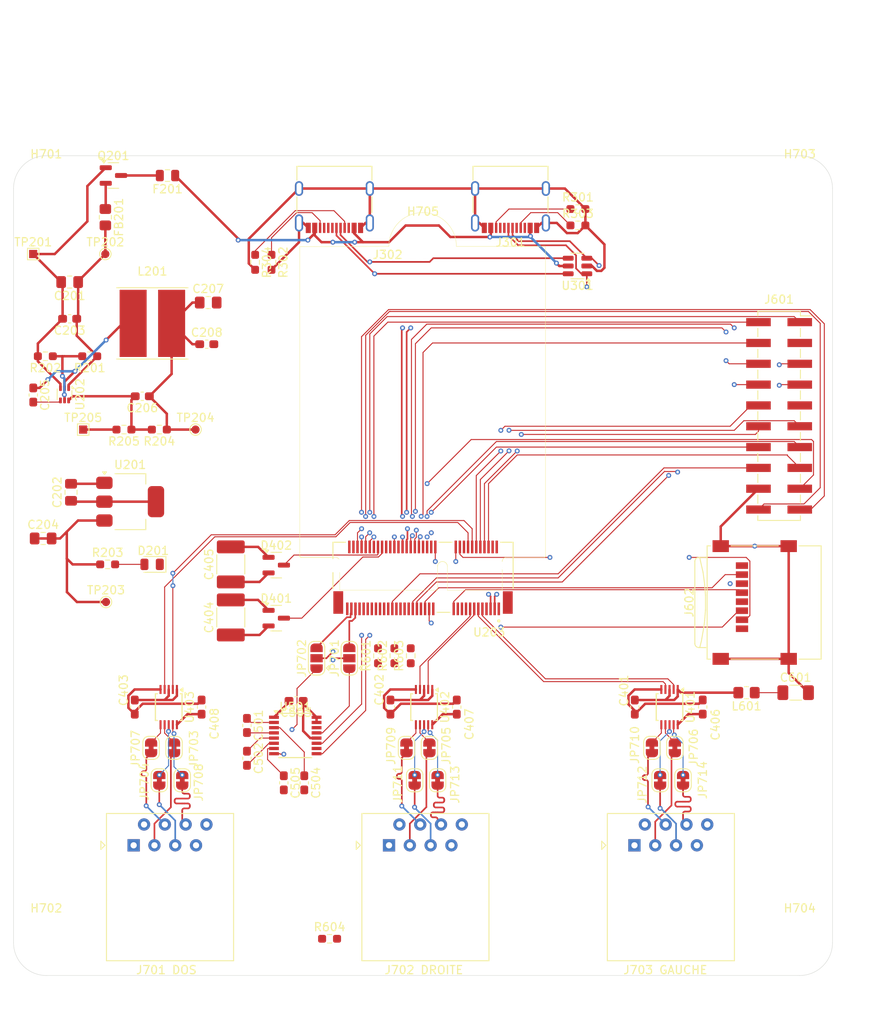
<source format=kicad_pcb>
(kicad_pcb (version 20240108) (generator "pcbnew") (generator_version "8.0")
  (layers (0 "F.Cu" signal) (1 "In1.Cu" signal) (2 "In2.Cu" signal) (31 "B.Cu" signal) (34 "B.Paste" user) (35 "F.Paste" user) (36 "B.SilkS" user "B.Silkscreen") (37 "F.SilkS" user "F.Silkscreen") (38 "B.Mask" user) (39 "F.Mask" user) (44 "Edge.Cuts" user))
  (net 0 "")
  (net 1 "VIN_PROTECTION")
  (net 2 "GND")
  (net 3 "Vcc_5V")
  (net 4 "Vcc_3V3")
  (net 5 "Net-(U202-SW)")
  (net 6 "Net-(U202-VBST)")
  (net 7 "Net-(U202-VFB)")
  (net 8 "Net-(U501-C1+)")
  (net 9 "Net-(U501-C1-)")
  (net 10 "Net-(U501-C2-)")
  (net 11 "Net-(U501-C2+)")
  (net 12 "Net-(U501-V+)")
  (net 13 "Net-(U501-V-)")
  (net 14 "Net-(J602-VDD)")
  (net 15 "Net-(D201-A)")
  (net 16 "I2C_SDA_ESP32")
  (net 17 "I2C_SCL_ESP32")
  (net 18 "VBUS")
  (net 19 "Net-(Q201-D)")
  (net 20 "Net-(Q201-S)")
  (net 21 "/USB/FT231_D+")
  (net 23 "Net-(J301-CC2)")
  (net 24 "/USB/FT231_D-")
  (net 26 "Net-(J301-CC1)")
  (net 27 "/USB/DEBUG_D+")
  (net 29 "Net-(J302-CC1)")
  (net 30 "/USB/DEBUG_D-")
  (net 32 "Net-(J302-CC2)")
  (net 33 "/ESP32_SD_EXTRA/PWM_1")
  (net 34 "/ESP32_SD_EXTRA/GPIO47")
  (net 35 "/ESP32_SD_EXTRA/GPIO45")
  (net 36 "/ESP32_SD_EXTRA/GPIO38_ADDRESSABLE_LED")
  (net 37 "/ESP32_SD_EXTRA/GPIO33")
  (net 38 "/ESP32_SD_EXTRA/I2S_DIN{slash}DOUT")
  (net 39 "/ESP32_SD_EXTRA/PWM_3")
  (net 40 "/ESP32_SD_EXTRA/PWM_4")
  (net 41 "/ESP32_SD_EXTRA/GPIO34")
  (net 42 "/ESP32_SD_EXTRA/GPIO48{slash}CAN_INT")
  (net 43 "/ESP32_SD_EXTRA/GPIO15")
  (net 44 "/ESP32_SD_EXTRA/I2S_WS")
  (net 45 "/ESP32_SD_EXTRA/I2S_BCLK")
  (net 46 "/ESP32_SD_EXTRA/GPIO26")
  (net 47 "/ESP32_SD_EXTRA/PWM_2")
  (net 48 "/ESP32_SD_EXTRA/GPIO16")
  (net 49 "/ESP32_SD_EXTRA/GPIO46")
  (net 50 "/ESP32_SD_EXTRA/CS_1")
  (net 51 "/ESP32_SD_EXTRA/SPI_MOSI_ESP32")
  (net 54 "/ESP32_SD_EXTRA/SPI_CLK_ESP32")
  (net 55 "/ESP32_SD_EXTRA/SPI_MISO_ESP32")
  (net 56 "/Connecteurs/CAN+")
  (net 57 "/Connecteurs/DOS.SDA1")
  (net 58 "/Connecteurs/CAN-")
  (net 59 "/Connecteurs/DOS.SDA2")
  (net 60 "/Connecteurs/DOS.SCL2")
  (net 61 "/Connecteurs/DOS.SCL1")
  (net 62 "/Connecteurs/D.SDA1")
  (net 63 "/Connecteurs/D.SCL1")
  (net 64 "/Connecteurs/D.SDA2")
  (net 65 "/Connecteurs/D.SCL2")
  (net 66 "/Connecteurs/G.SDA1")
  (net 67 "/Connecteurs/G.SCL2")
  (net 68 "/Connecteurs/G.SCL1")
  (net 69 "/Connecteurs/G.SDA2")
  (net 70 "/CAN/RS232_TX")
  (net 71 "/CAN/CAN_P")
  (net 72 "/CAN/CAN_N")
  (net 73 "/CAN/RS232_RX")
  (net 74 "Net-(U202-EN)")
  (net 75 "/ESP32_SD_EXTRA/CS_2")
  (net 76 "/I2C_w_Protection/I2C_SCL_0_TCA")
  (net 77 "/I2C_w_Protection/I2C_SDA_0_TCA")
  (net 78 "/CAN/GPIO17_U1_TXD")
  (net 79 "/CAN/GPIO18_U1_RXD")
  (net 80 "/I2C_w_Protection/I2C_SCL_1_TCA")
  (net 82 "/I2C_w_Protection/I2C_SDA_2_TCA")
  (net 84 "/I2C_w_Protection/I2C_SCL_2_TCA")
  (net 86 "CHIP_EN")
  (net 87 "/I2C_w_Protection/I2C_SDA_1_TCA")
  (net 88 "/Connecteurs/DOS_SDA+")
  (net 89 "/Connecteurs/DOS_SDA-")
  (net 90 "/Connecteurs/DOS_SCL-")
  (net 91 "/Connecteurs/DOS_SCL+")
  (net 92 "/Connecteurs/D_SDA+")
  (net 93 "/Connecteurs/D_SCL+")
  (net 94 "/Connecteurs/D_SDA-")
  (net 95 "/Connecteurs/D_SCL-")
  (net 96 "/Connecteurs/G_SDA+")
  (net 97 "/Connecteurs/G_SCL-")
  (net 98 "/Connecteurs/G_SCL+")
  (net 99 "/Connecteurs/G_SDA-")
  (footprint "Package_SO:TSSOP-10_3x3mm_P0.5mm" (layer "F.Cu") (at 183.1 107.26 -90)
    (property "Reference" "U401")
    (property "Value" "PCA9615DP")
  )
  (footprint "Capacitor_SMD:C_0603_1608Metric_Pad1.08x0.95mm_HandSolder" (layer "F.Cu") (at 131.5 113.5 -90)
    (property "Reference" "C502")
    (property "Value" "0.1µF")
  )
  (footprint "Capacitor_SMD:C_0603_1608Metric_Pad1.08x0.95mm_HandSolder" (layer "F.Cu") (at 178.86 107.26 -90)
    (property "Reference" "C401")
    (property "Value" "1nF")
  )
  (footprint "Jumper:SolderJumper-2_P1.3mm_Bridged_RoundedPad1.0x1.5mm" (layer "F.Cu") (at 181.95 116.19 -90)
    (property "Reference" "JP712")
    (property "Value" "SolderJumper_2_Bridged" (hide yes))
  )
  (footprint "Jumper:SolderJumper-2_P1.3mm_Bridged_RoundedPad1.0x1.5mm" (layer "F.Cu") (at 123.5975 116.19 -90)
    (property "Reference" "JP708")
    (property "Value" "SolderJumper_2_Bridged" (hide yes))
  )
  (footprint "Capacitor_SMD:C_0603_1608Metric_Pad1.08x0.95mm_HandSolder" (layer "F.Cu") (at 149.02 107.26 -90)
    (property "Reference" "C402")
    (property "Value" "1nF")
  )
  (footprint "Connector_USB:USB_C_Receptacle_G-Switch_GT-USB-7010ASV" (layer "F.Cu") (at 163.68 45.075 180)
    (property "Reference" "J301")
    (property "Value" "USB_C_UART")
  )
  (footprint "Capacitor_SMD:C_0603_1608Metric_Pad1.08x0.95mm_HandSolder" (layer "F.Cu") (at 125.96 107.26 90)
    (property "Reference" "C408")
    (property "Value" "1nF")
  )
  (footprint "MountingHole:MountingHole_3.2mm_M3" (layer "F.Cu") (at 107 44)
    (property "Reference" "H701")
    (property "Value" "MountingHole")
  )
  (footprint "Capacitor_SMD:C_0603_1608Metric_Pad1.08x0.95mm_HandSolder" (layer "F.Cu") (at 136 116.5 -90)
    (property "Reference" "C505")
    (property "Value" "0.1µF")
  )
  (footprint "Resistor_SMD:R_0603_1608Metric_Pad0.98x0.95mm_HandSolder" (layer "F.Cu") (at 114.49 89.85)
    (property "Reference" "R203")
    (property "Value" "330")
  )
  (footprint "Jumper:SolderJumper-2_P1.3mm_Bridged_RoundedPad1.0x1.5mm" (layer "F.Cu") (at 150.98 112.23 -90)
    (property "Reference" "JP709")
    (property "Value" "SolderJumper_2_Bridged" (hide yes))
  )
  (footprint "Capacitor_SMD:C_0603_1608Metric_Pad1.08x0.95mm_HandSolder" (layer "F.Cu") (at 131.5 109.5 -90)
    (property "Reference" "C501")
    (property "Value" "0.1µF")
  )
  (footprint "Resistor_SMD:R_0603_1608Metric_Pad0.98x0.95mm_HandSolder" (layer "F.Cu") (at 149.5 101 90)
    (property "Reference" "R602")
    (property "Value" "47k")
  )
  (footprint "Jumper:SolderJumper-2_P1.3mm_Bridged_RoundedPad1.0x1.5mm" (layer "F.Cu") (at 153.78 112.23 -90)
    (property "Reference" "JP705")
    (property "Value" "SolderJumper_2_Bridged" (hide yes))
  )
  (footprint "Resistor_SMD:R_0603_1608Metric_Pad0.98x0.95mm_HandSolder" (layer "F.Cu") (at 112.3025 64.46 180)
    (property "Reference" "R201")
    (property "Value" "100k")
  )
  (footprint "Jumper:SolderJumper-2_P1.3mm_Bridged_RoundedPad1.0x1.5mm" (layer "F.Cu") (at 180.95 112.23 -90)
    (property "Reference" "JP710")
    (property "Value" "SolderJumper_2_Bridged" (hide yes))
  )
  (footprint "Resistor_SMD:R_0603_1608Metric_Pad0.98x0.95mm_HandSolder" (layer "F.Cu") (at 120.8005 73.406 180)
    (property "Reference" "R204")
    (property "Value" "158k")
  )
  (footprint "Resistor_SMD:R_0603_1608Metric_Pad0.98x0.95mm_HandSolder" (layer "F.Cu") (at 132.5 53 -90)
    (property "Reference" "R304")
    (property "Value" "5.1k")
  )
  (footprint "Connector_RJ:RJ45_Amphenol_54602-x08_Horizontal" (layer "F.Cu") (at 178.8175 124.12)
    (property "Reference" "J703 GAUCHE")
    (property "Value" "RJ45")
  )
  (footprint "Capacitor_SMD:C_0805_2012Metric_Pad1.18x1.45mm_HandSolder" (layer "F.Cu") (at 110.02 81.055 90)
    (property "Reference" "C202")
    (property "Value" "4,7µF")
  )
  (footprint "Capacitor_SMD:C_0603_1608Metric_Pad1.08x0.95mm_HandSolder" (layer "F.Cu") (at 117.8 107.26 -90)
    (property "Reference" "C403")
    (property "Value" "1nF")
  )
  (footprint "Jumper:SolderJumper-2_P1.3mm_Bridged_RoundedPad1.0x1.5mm" (layer "F.Cu") (at 183.75 112.23 -90)
    (property "Reference" "JP706")
    (property "Value" "SolderJumper_2_Bridged" (hide yes))
  )
  (footprint "Resistor_SMD:R_0603_1608Metric_Pad0.98x0.95mm_HandSolder" (layer "F.Cu") (at 147.5 101 90)
    (property "Reference" "R601")
    (property "Value" "47k")
  )
  (footprint "Package_TO_SOT_SMD:SOT-223-3_TabPin2" (layer "F.Cu") (at 117.24 82.2)
    (property "Reference" "U201")
    (property "Value" "AP7361C-33E")
  )
  (footprint "Connector_PinSocket_2.54mm:PinSocket_2x10_P2.54mm_Vertical_SMD" (layer "F.Cu") (at 196.48 71.73)
    (property "Reference" "J601")
    (property "Value" "Conn_02x10_Counter_Clockwise")
  )
  (footprint "Resistor_SMD:R_0603_1608Metric_Pad0.98x0.95mm_HandSolder" (layer "F.Cu") (at 141.5875 135.52)
    (property "Reference" "R604")
    (property "Value" "47k")
  )
  (footprint "Resistor_SMD:R_0603_1608Metric_Pad0.98x0.95mm_HandSolder" (layer "F.Cu") (at 171.9125 46.5)
    (property "Reference" "R301")
    (property "Value" "5.1k")
  )
  (footprint "Jumper:SolderJumper-3_P1.3mm_Open_RoundedPad1.0x1.5mm" (layer "F.Cu") (at 140 101.3 90)
    (property "Reference" "JP702")
    (property "Value" "SolderJumper_3_Open")
  )
  (footprint "MountingHole:MountingHole_3.2mm_M3" (layer "F.Cu") (at 153 51)
    (property "Reference" "H705")
    (property "Value" "MountingHole SoM")
  )
  (footprint "Diode_SMD:D_0805_2012Metric" (layer "F.Cu") (at 119.92 89.85 180)
    (property "Reference" "D201")
    (property "Value" "Green_power")
  )
  (footprint "Capacitor_SMD:C_0603_1608Metric_Pad1.08x0.95mm_HandSolder" (layer "F.Cu") (at 187.15 107.2525 90)
    (property "Reference" "C406")
    (property "Value" "1nF")
  )
  (footprint "Connector_RJ:RJ45_Amphenol_54602-x08_Horizontal" (layer "F.Cu") (at 117.665 124.12)
    (property "Reference" "J701 DOS")
    (property "Value" "RJ45")
  )
  (footprint "Jumper:SolderJumper-2_P1.3mm_Bridged_RoundedPad1.0x1.5mm" (layer "F.Cu") (at 184.75 116.19 -90)
    (property "Reference" "JP714")
    (property "Value" "SolderJumper_2_Bridged" (hide yes))
  )
  (footprint "Resistor_SMD:R_0805_2012Metric_Pad1.20x1.40mm_HandSolder" (layer "F.Cu") (at 114.21 47.5 -90)
    (property "Reference" "FB201")
    (property "Value" "600 @ 100MHz")
  )
  (footprint "Fuse:Fuse_0805_2012Metric" (layer "F.Cu") (at 121.7975 42.42 180)
    (property "Reference" "F201")
    (property "Value" "SMD0805B110TF")
  )
  (footprint "Resistor_SMD:R_0603_1608Metric_Pad0.98x0.95mm_HandSolder" (layer "F.Cu") (at 151.5 101 90)
    (property "Reference" "R603")
    (property "Value" "47k")
  )
  (footprint "Jumper:SolderJumper-2_P1.3mm_Bridged_RoundedPad1.0x1.5mm" (layer "F.Cu") (at 119.7975 112.23 -90)
    (property "Reference" "JP707")
    (property "Value" "SolderJumper_2_Bridged" (hide yes))
  )
  (footprint "Capacitor_SMD:C_0603_1608Metric_Pad1.08x0.95mm_HandSolder" (layer "F.Cu") (at 126.5925 62.992)
    (property "Reference" "C208")
    (property "Value" "0,1µF")
  )
  (footprint "Capacitor_SMD:C_1812_4532Metric_Pad1.57x3.40mm_HandSolder" (layer "F.Cu") (at 129.525 96.3225 90)
    (property "Reference" "C404")
    (property "Value" "1n")
  )
  (footprint "Package_SO:SSOP-16_3.9x4.9mm_P0.635mm" (layer "F.Cu") (at 137.4 110.7225)
    (property "Reference" "U501")
    (property "Value" "MAX3221")
  )
  (footprint "Resistor_SMD:R_0805_2012Metric_Pad1.20x1.40mm_HandSolder" (layer "F.Cu") (at 192.5 105.5 180)
    (property "Reference" "L601")
    (property "Value" "600R")
  )
  (footprint "Capacitor_SMD:C_0805_2012Metric_Pad1.18x1.45mm_HandSolder" (layer "F.Cu") (at 109.8525 55.41 180)
    (property "Reference" "C201")
    (property "Value" "10µF")
  )
  (footprint "Capacitor_SMD:C_0603_1608Metric_Pad1.08x0.95mm_HandSolder" (layer "F.Cu") (at 137.5 106.5 180)
    (property "Reference" "C503")
    (property "Value" "0.1µF")
  )
  (footprint "Resistor_SMD:R_0603_1608Metric_Pad0.98x0.95mm_HandSolder" (layer "F.Cu") (at 116.4825 73.406 180)
    (property "Reference" "R205")
    (property "Value" "30k")
  )
  (footprint "Package_TO_SOT_SMD:SOT-23" (layer "F.Cu") (at 115.1925 42.41)
    (property "Reference" "Q201")
    (property "Value" "AO3401A")
  )
  (footprint "Package_TO_SOT_SMD:SOT-23" (layer "F.Cu") (at 135.0775 96.41)
    (property "Reference" "D401")
    (property "Value" "BAV99")
  )
  (footprint "Capacitor_SMD:C_0805_2012Metric_Pad1.18x1.45mm_HandSolder" (layer "F.Cu") (at 126.7675 57.912)
    (property "Reference" "C207")
    (property "Value" "22µF")
  )
  (footprint "Capacitor_SMD:C_0603_1608Metric_Pad1.08x0.95mm_HandSolder" (layer "F.Cu") (at 105.41 69.1885 -90)
    (property "Reference" "C205")
    (property "Value" "0,1µF")
  )
  (footprint "Capacitor_SMD:C_0805_2012Metric_Pad1.18x1.45mm_HandSolder" (layer "F.Cu") (at 106.6125 86.69)
    (property "Reference" "C204")
    (property "Value" "4,7µF")
  )
  (footprint "Capacitor_SMD:C_0603_1608Metric_Pad1.08x0.95mm_HandSolder" (layer "F.Cu") (at 138.5 116.5 -90)
    (property "Reference" "C504")
    (property "Value" "0.1µF")
  )
  (footprint "Connector_Card:microSD_HC_Wuerth_693072010801" (layer "F.Cu") (at 193.5 94.5 90)
    (property "Reference" "J602")
    (property "Value" "Micro_SD_Card")
  )
  (footprint "Resistor_SMD:R_0603_1608Metric_Pad0.98x0.95mm_HandSolder" (layer "F.Cu") (at 106.8825 64.46 180)
    (property "Reference" "R202")
    (property "Value" "28k")
  )
  (footprint "Jumper:SolderJumper-2_P1.3mm_Bridged_RoundedPad1.0x1.5mm" (layer "F.Cu") (at 120.7975 116.19 -90)
    (property "Reference" "JP704")
    (property "Value" "SolderJumper_2_Bridged" (hide yes))
  )
  (footprint "Jumper:SolderJumper-2_P1.3mm_Bridged_RoundedPad1.0x1.5mm" (layer "F.Cu") (at 151.98 116.19 -90)
    (property "Reference" "JP711")
    (property "Value" "SolderJumper_2_Bridged" (hide yes))
  )
  (footprint "MountingHole:MountingHole_3.2mm_M3" (layer "F.Cu") (at 199 44)
    (property "Reference" "H703")
    (property "Value" "MountingHole")
  )
  (footprint "Package_TO_SOT_SMD:SOT-23-6" (layer "F.Cu") (at 171.8625 53.45 180)
    (property "Reference" "U301")
    (property "Value" "SRV05-4")
  )
  (footprint "Capacitor_SMD:C_0603_1608Metric_Pad1.08x0.95mm_HandSolder" (layer "F.Cu") (at 109.8525 59.89 180)
    (property "Reference" "C203")
    (property "Value" "0,1µF")
  )
  (footprint "Package_SO:TSSOP-10_3x3mm_P0.5mm" (layer "F.Cu") (at 121.9475 107.26 -90)
    (property "Reference" "U403")
    (property "Value" "PCA9615DP")
  )
  (footprint "TestPoint:TestPoint_Pad_D1.0mm" (layer "F.Cu") (at 114.21 51.99)
    (property "Reference" "TP202")
    (property "Value" "TP_VIN")
  )
  (footprint "Resistor_SMD:R_0603_1608Metric_Pad0.98x0.95mm_HandSolder" (layer "F.Cu") (at 171.9125 48.5)
    (property "Reference" "R303")
    (property "Value" "5.1k")
  )
  (footprint "TestPoint:TestPoint_Pad_D1.0mm" (layer "F.Cu") (at 125.222 73.406)
    (property "Reference" "TP204")
    (property "Value" "TP_5V")
  )
  (footprint "Resistor_SMD:R_0603_1608Metric_Pad0.98x0.95mm_HandSolder" (layer "F.Cu") (at 134.5 53 -90)
    (property "Reference" "R302")
    (property "Value" "5.1k")
  )
  (footprint "Capacitor_SMD:C_0603_1608Metric_Pad1.08x0.95mm_HandSolder" (layer "F.Cu") (at 157.12 107.26 90)
    (property "Reference" "C407")
    (property "Value" "1nF")
  )
  (footprint "MountingHole:MountingHole_3.2mm_M3" (layer "F.Cu") (at 199 136)
    (property "Reference" "H704")
    (property "Value" "MountingHole")
  )
  (footprint "Inductor_SMD:L_TDK_VLP8040" (layer "F.Cu") (at 119.952 60.452)
    (property "Reference" "L201")
    (property "Value" "3,3µH 20mOhm")
  )
  (footprint "Package_SO:TSSOP-10_3x3mm_P0.5mm" (layer "F.Cu") (at 153.13 107.26 -90)
    (property "Reference" "U402")
    (property "Value" "PCA9615DP")
  )
  (footprint "Connector_RJ:RJ45_Amphenol_54602-x08_Horizontal" (layer "F.Cu") (at 148.8475 124.12)
    (property "Reference" "J702 DROITE")
    (property "Value" "RJ45")
  )
  (footprint "TestPoint:TestPoint_Pad_1.0x1.0mm" (layer "F.Cu") (at 111.506 73.406)
    (property "Reference" "TP205")
    (property "Value" "TP_GND_OUT")
  )
  (footprint "TestPoint:TestPoint_Pad_1.0x1.0mm" (layer "F.Cu") (at 105.4 51.99)
    (property "Reference" "TP201")
    (property "Value" "TP_GND_IN")
  )
  (footprint "Package_TO_SOT_SMD:SOT-23" (layer "F.Cu") (at 135.0775 89.94)
    (property "Reference" "D402")
    (property "Value" "BAV99")
  )
  (footprint "Jumper:SolderJumper-2_P1.3mm_Bridged_RoundedPad1.0x1.5mm" (layer "F.Cu") (at 154.78 116.19 -90)
    (property "Reference" "JP713")
    (property "Value" "SolderJumper_2_Bridged" (hide yes))
  )
  (footprint "Connector_USB:USB_C_Receptacle_G-Switch_GT-USB-7010ASV" (layer "F.Cu") (at 142.18 45.075 180)
    (property "Reference" "J302")
    (property "Value" "USB_C_DEBUG")
  )
  (footprint "Package_TO_SOT_SMD:SOT-563" (layer "F.Cu") (at 109.228 69.1 -90)
    (property "Reference" "U202")
    (property "Value" "TPS562242DRLR")
  )
  (footprint "MDT320E01001:AMPHENOL_MDT320E01001" (layer "F.Cu") (at 153 90 180)
    (property "Reference" "U203")
    (property "Value" "~")
  )
  (footprint "Capacitor_SMD:C_0603_1608Metric_Pad1.08x0.95mm_HandSolder" (layer "F.Cu") (at 118.7185 69.342 180)
    (property "Reference" "C206")
    (property "Value" "33pF")
  )
  (footprint "Capacitor_SMD:C_1206_3216Metric_Pad1.33x1.80mm_HandSolder" (layer "F.Cu") (at 198.5 105.5)
    (property "Reference" "C601")
    (property "Value" "47µF")
  )
  (footprint "TestPoint:TestPoint_Pad_D1.0mm" (layer "F.Cu") (at 114.29 94.44)
    (property "Reference" "TP203")
    (property "Value" "TP_3v3")
  )
  (footprint "Jumper:SolderJumper-3_P1.3mm_Open_RoundedPad1.0x1.5mm" (layer "F.Cu") (at 144 101.3 90)
    (property "Reference" "JP701")
    (property "Value" "SolderJumper_3_Open")
  )
  (footprint "Capacitor_SMD:C_1812_4532Metric_Pad1.57x3.40mm_HandSolder" (layer "F.Cu") (at 129.525 89.8525 90)
    (property "Reference" "C405")
    (property "Value" "1n")
  )
  (footprint "Jumper:SolderJumper-2_P1.3mm_Bridged_RoundedPad1.0x1.5mm" (layer "F.Cu") (at 122.5975 112.23 -90)
    (property "Reference" "JP703")
    (property "Value" "SolderJumper_2_Bridged" (hide yes))
  )
  (footprint "MountingHole:MountingHole_3.2mm_M3" (layer "F.Cu") (at 107 136)
    (property "Reference" "H702")
    (property "Value" "MountingHole")
  )
  (gr_line (start 155.87205 89.765181) (end 155.855313 89.741712) (stroke (width 0.049999)) (layer "F.SilkS"))
  (gr_line (start 138.001958 88.934478) (end 138.00858 88.941423) (stroke (width 0.079999)) (layer "F.SilkS"))
  (gr_line (start 141.750007 89) (end 142.325004 89) (stroke (width 0.049999)) (layer "F.SilkS"))
  (gr_line (start 151.632734 47.153023) (end 151.378826 47.248009) (stroke (width 0.049999)) (layer "F.SilkS"))
  (gr_line (start 138.038178 88.965845) (end 138.046292 88.971047) (stroke (width 0.079999)) (layer "F.SilkS"))
  (gr_line (start 149.25166 49.235127) (end 149.194412 49.35587) (stroke (width 0.049999)) (layer "F.SilkS"))
  (gr_line (start 142.795725 89.331413) (end 142.786943 89.308659) (stroke (width 0.049999)) (layer "F.SilkS"))
  (gr_line (start 155.660596 89.573541) (end 155.634752 89.560327) (stroke (width 0.049999)) (layer "F.SilkS"))
  (gr_line (start 148.861273 50.515752) (end 148.845483 50.651039) (stroke (width 0.049999)) (layer "F.SilkS"))
  (gr_line (start 162.690085 89.378123) (end 162.684701 89.401998) (stroke (width 0.049999)) (layer "F.SilkS"))
  (gr_line (start 167.910251 88.919666) (end 167.915827 88.911825) (stroke (width 0.049999)) (layer "F.SilkS"))
  (gr_line (start 155.313733 89.504416) (end 155.283751 89.50822) (stroke (width 0.049999)) (layer "F.SilkS"))
  (gr_line (start 163.175003 89) (end 163.75 89) (stroke (width 0.049999)) (layer "F.SilkS"))
  (gr_line (start 155.971764 90.038747) (end 155.967892 90.008772) (stroke (width 0.049999)) (layer "F.SilkS"))
  (gr_line (start 167.949981 88.800003) (end 167.949997 88.800003) (stroke (width 0.049999)) (layer "F.SilkS"))
  (gr_line (start 142.44688 89.015082) (end 142.423005 89.009698) (stroke (width 0.049999)) (layer "F.SilkS"))
  (gr_line (start 156.52235 48.999603) (end 156.38141 48.772773) (stroke (width 0.049999)) (layer "F.SilkS"))
  (gr_line (start 150.769291 47.560688) (end 150.65401 47.635151) (stroke (width 0.049999)) (layer "F.SilkS"))
  (gr_line (start 137.951037 88.820452) (end 137.952309 88.830461) (stroke (width 0.079999)) (layer "F.SilkS"))
  (gr_line (start 142.538647 89.047946) (end 142.516347 89.038065) (stroke (width 0.049999)) (layer "F.SilkS"))
  (gr_line (start 155.608204 89.548344) (end 155.580989 89.537631) (stroke (width 0.049999)) (layer "F.SilkS"))
  (gr_line (start 162.918294 89.070938) (end 162.897607 89.084013) (stroke (width 0.049999)) (layer "F.SilkS"))
  (gr_line (start 142.825004 89.5) (end 142.825004 93) (stroke (width 0.049999)) (layer "F.SilkS"))
  (gr_line (start 162.675617 89.475206) (end 162.675003 89.5) (stroke (width 0.049999)) (layer "F.SilkS"))
  (gr_line (start 162.897607 89.084013) (end 162.877538 89.09812) (stroke (width 0.049999)) (layer "F.SilkS"))
  (gr_line (start 162.733912 89.264557) (end 162.722949 89.28636) (stroke (width 0.049999)) (layer "F.SilkS"))
  (gr_line (start 148.834138 50.787263) (end 148.827291 50.924331) (stroke (width 0.049999)) (layer "F.SilkS"))
  (gr_line (start 151.130125 47.360265) (end 150.887497 47.489792) (stroke (width 0.049999)) (layer "F.SilkS"))
  (gr_line (start 157.074997 51.061798) (end 157.065855 50.786974) (stroke (width 0.049999)) (layer "F.SilkS"))
  (gr_line (start 156.853696 49.728872) (end 156.758927 49.478404) (stroke (width 0.049999)) (layer "F.SilkS"))
  (gr_line (start 155.012497 47.489792) (end 154.769869 47.360265) (stroke (width 0.049999)) (layer "F.SilkS"))
  (gr_line (start 155.974991 90.099991) (end 155.974991 93) (stroke (width 0.049999)) (layer "F.SilkS"))
  (gr_line (start 142.622475 89.09812) (end 142.602406 89.084013) (stroke (width 0.049999)) (layer "F.SilkS"))
  (gr_line (start 162.74594 89.243291) (end 162.733912 89.264557) (stroke (width 0.049999)) (layer "F.SilkS"))
  (gr_line (start 163.006416 89.029282) (end 162.983661 89.038065) (stroke (width 0.049999)) (layer "F.SilkS"))
  (gr_line (start 142.678558 89.146454) (end 142.660592 89.129357) (stroke (width 0.049999)) (layer "F.SilkS"))
  (gr_line (start 154.774994 90.099991) (end 154.774978 90.099976) (stroke (width 0.049999)) (layer "F.SilkS"))
  (gr_line (start 157.074997 51.061798) (end 167.949997 51.0625) (stroke (width 0.049999)) (layer "F.SilkS"))
  (gr_line (start 142.349798 89.000615) (end 142.325004 89) (stroke (width 0.049999)) (layer "F.SilkS"))
  (gr_line (start 151.378826 47.248009) (end 151.130125 47.360265) (stroke (width 0.049999)) (layer "F.SilkS"))
  (gr_line (start 142.560451 89.05891) (end 142.538647 89.047946) (stroke (width 0.049999)) (layer "F.SilkS"))
  (gr_line (start 167.884461 88.948046) (end 167.891407 88.941423) (stroke (width 0.049999)) (layer "F.SilkS"))
  (gr_line (start 167.898029 88.934478) (end 167.904314 88.927221) (stroke (width 0.049999)) (layer "F.SilkS"))
  (gr_line (start 142.398839 89.005481) (end 142.374423 89.002447) (stroke (width 0.049999)) (layer "F.SilkS"))
  (gr_line (start 149.843597 48.348025) (end 149.757087 48.450371) (stroke (width 0.049999)) (layer "F.SilkS"))
  (gr_line (start 155.873191 48.151588) (end 155.676764 47.966802) (stroke (width 0.049999)) (layer "F.SilkS"))
  (gr_line (start 142.660592 89.129357) (end 142.641884 89.11324) (stroke (width 0.049999)) (layer "F.SilkS"))
  (gr_line (start 167.93026 88.886711) (end 167.934265 88.877852) (stroke (width 0.049999)) (layer "F.SilkS"))
  (gr_line (start 167.949997 88.800003) (end 167.949997 51.0625) (stroke (width 0.049999)) (layer "F.SilkS"))
  (gr_line (start 138.109689 88.995937) (end 138.119537 88.997696) (stroke (width 0.079999)) (layer "F.SilkS"))
  (gr_line (start 155.553146 89.528224) (end 155.524711 89.520162) (stroke (width 0.049999)) (layer "F.SilkS"))
  (gr_line (start 156.225948 48.555326) (end 156.056397 48.348014) (stroke (width 0.049999)) (layer "F.SilkS"))
  (gr_line (start 142.740998 89.222604) (end 142.726892 89.202535) (stroke (width 0.049999)) (layer "F.SilkS"))
  (gr_line (start 162.788243 89.183127) (end 162.773123 89.202535) (stroke (width 0.049999)) (layer "F.SilkS"))
  (gr_line (start 149.93352 48.248401) (end 149.843597 48.348025) (stroke (width 0.049999)) (layer "F.SilkS"))
  (gr_line (start 167.809467 88.991009) (end 167.818759 88.987865) (stroke (width 0.049999)) (layer "F.SilkS"))
  (gr_line (start 167.82784 88.984284) (end 167.836699 88.980279) (stroke (width 0.049999)) (layer "F.SilkS"))
  (gr_line (start 167.790302 88.995937) (end 167.799977 88.993704) (stroke (width 0.049999)) (layer "F.SilkS"))
  (gr_line (start 152.75 93) (end 154.774994 93) (stroke (width 0.049999)) (layer "F.SilkS"))
  (gr_line (start 155.039947 89.60351) (end 155.01644 89.620194) (stroke (width 0.049999)) (layer "F.SilkS"))
  (gr_line (start 167.943685 88.849986) (end 167.945918 88.84031) (stroke (width 0.049999)) (layer "F.SilkS"))
  (gr_line (start 154.82252 89.866863) (end 154.811746 89.894053) (stroke (width 0.049999)) (layer "F.SilkS"))
  (gr_line (start 155.405812 89.502106) (end 155.374985 89.501328) (stroke (width 0.049999)) (layer "F.SilkS"))
  (gr_line (start 137.954067 88.84031) (end 137.956301 88.849986) (stroke (width 0.079999)) (layer "F.SilkS"))
  (gr_line (start 142.641884 89.11324) (end 142.622475 89.09812) (stroke (width 0.049999)) (layer "F.SilkS"))
  (gr_line (start 155.01644 89.620194) (end 154.993788 89.63796) (stroke (width 0.049999)) (layer "F.SilkS"))
  (gr_line (start 154.894656 89.741702) (end 154.877919 89.765171) (stroke (width 0.049999)) (layer "F.SilkS"))
  (gr_line (start 150.54171 47.713089) (end 150.432443 47.794406) (stroke (width 0.049999)) (layer "F.SilkS"))
  (gr_line (start 152.683073 46.94578) (end 152.417018 46.971686) (stroke (width 0.049999)) (layer "F.SilkS"))
  (gr_line (start 155.710022 89.603515) (end 155.685699 89.58795) (stroke (width 0.049999)) (layer "F.SilkS"))
  (gr_line (start 162.675003 93) (end 162.675003 89.5) (stroke (width 0.049999)) (layer "F.SilkS"))
  (gr_line (start 149.312755 49.116355) (end 149.25166 49.235127) (stroke (width 0.049999)) (layer "F.SilkS"))
  (gr_line (start 137.950265 88.810295) (end 137.951037 88.820452) (stroke (width 0.079999)) (layer "F.SilkS"))
  (gr_line (start 154.794151 89.950292) (end 154.787405 89.979265) (stroke (width 0.049999)) (layer "F.SilkS"))
  (gr_line (start 137.995672 88.927221) (end 138.001958 88.934478) (stroke (width 0.079999)) (layer "F.SilkS"))
  (gr_line (start 154.951196 89.676586) (end 154.931333 89.697372) (stroke (width 0.049999)) (layer "F.SilkS"))
  (gr_line (start 155.676764 47.966802) (end 155.46755 47.794405) (stroke (width 0.049999)) (layer "F.SilkS"))
  (gr_line (start 167.770446 88.998968) (end 167.780454 88.997696) (stroke (width 0.049999)) (layer "F.SilkS"))
  (gr_line (start 162.759016 89.222604) (end 162.74594 89.243291) (stroke (width 0.049999)) (layer "F.SilkS"))
  (gr_line (start 155.733529 89.620199) (end 155.710022 89.603515) (stroke (width 0.049999)) (layer "F.SilkS"))
  (gr_line (start 167.915827 88.911825) (end 167.921029 88.90371) (stroke (width 0.049999)) (layer "F.SilkS"))
  (gr_line (start 138.072149 88.984284) (end 138.081231 88.987865) (stroke (width 0.079999)) (layer "F.SilkS"))
  (gr_line (start 155.974991 93) (end 162.675003 93) (stroke (width 0.049999)) (layer "F.SilkS"))
  (gr_line (start 167.948949 88.820452) (end 167.949721 88.810295) (stroke (width 0.049999)) (layer "F.SilkS"))
  (gr_line (start 138.046292 88.971047) (end 138.054667 88.975862) (stroke (width 0.079999)) (layer "F.SilkS"))
  (gr_line (start 167.86965 88.960269) (end 167.877205 88.954331) (stroke (width 0.049999)) (layer "F.SilkS"))
  (gr_line (start 156.648334 49.235064) (end 156.52235 48.999603) (stroke (width 0.049999)) (layer "F.SilkS"))
  (gr_line (start 142.7661 89.264557) (end 142.754073 89.243291) (stroke (width 0.049999)) (layer "F.SilkS"))
  (gr_line (start 155.837496 89.719099) (end 155.818636 89.69738) (stroke (width 0.049999)) (layer "F.SilkS"))
  (gr_line (start 155.634752 89.560327) (end 155.608204 89.548344) (stroke (width 0.049999)) (layer "F.SilkS"))
  (gr_line (start 163.125582 89.002447) (end 163.101166 89.005481) (stroke (width 0.049999)) (layer "F.SilkS"))
  (gr_line (start 138.00858 88.941423) (end 138.015526 88.948046) (stroke (width 0.079999)) (layer "F.SilkS"))
  (gr_line (start 151.890981 47.075307) (end 151.632734 47.153023) (stroke (width 0.049999)) (layer "F.SilkS"))
  (gr_line (start 157.038721 50.515517) (end 156.994027 50.24818) (stroke (width 0.049999)) (layer "F.SilkS"))
  (gr_line (start 154.931333 89.697372) (end 154.912473 89.71909) (stroke (width 0.049999)) (layer "F.SilkS"))
  (gr_line (start 167.891407 88.941423) (end 167.898029 88.934478) (stroke (width 0.049999)) (layer "F.SilkS"))
  (gr_line (start 148.934763 50.116458) (end 148.905967 50.248368) (stroke (width 0.049999)) (layer "F.SilkS"))
  (gr_line (start 155.06427 89.587945) (end 155.039947 89.60351) (stroke (width 0.049999)) (layer "F.SilkS"))
  (gr_line (start 155.777942 89.656776) (end 155.756181 89.637966) (stroke (width 0.049999)) (layer "F.SilkS"))
  (gr_line (start 149.757087 48.450371) (end 149.674046 48.555345) (stroke (width 0.049999)) (layer "F.SilkS"))
  (gr_line (start 142.754073 89.243291) (end 142.740998 89.222604) (stroke (width 0.049999)) (layer "F.SilkS"))
  (gr_line (start 155.974991 90.099991) (end 155.974143 90.069165) (stroke (width 0.049999)) (layer "F.SilkS"))
  (gr_line (start 142.822558 89.45058) (end 142.819525 89.426163) (stroke (width 0.049999)) (layer "F.SilkS"))
  (gr_line (start 142.695655 89.164419) (end 142.678558 89.146454) (stroke (width 0.049999)) (layer "F.SilkS"))
  (gr_line (start 149.594526 48.662853) (end 149.518583 48.772803) (stroke (width 0.049999)) (layer "F.SilkS"))
  (gr_line (start 162.722949 89.28636) (end 162.713068 89.308659) (stroke (width 0.049999)) (layer "F.SilkS"))
  (gr_line (start 155.938223 89.894067) (end 155.927449 89.866876) (stroke (width 0.049999)) (layer "F.SilkS"))
  (gr_line (start 138.054667 88.975862) (end 138.06329 88.980279) (stroke (width 0.079999)) (layer "F.SilkS"))
  (gr_line (start 155.374985 89.501328) (end 155.344157 89.502106) (stroke (width 0.049999)) (layer "F.SilkS"))
  (gr_line (start 142.602406 89.084013) (end 142.581717 89.070938) (stroke (width 0.049999)) (layer "F.SilkS"))
  (gr_line (start 138.139702 88.99974) (end 138.149994 89) (stroke (width 0.079999)) (layer "F.SilkS"))
  (gr_line (start 137.978958 88.90371) (end 137.984159 88.911825) (stroke (width 0.079999)) (layer "F.SilkS"))
  (gr_line (start 142.803391 89.354581) (end 142.795725 89.331413) (stroke (width 0.049999)) (layer "F.SilkS"))
  (gr_line (start 162.983661 89.038065) (end 162.961362 89.047946) (stroke (width 0.049999)) (layer "F.SilkS"))
  (gr_line (start 154.775826 90.06915) (end 154.774978 90.099976) (stroke (width 0.049999)) (layer "F.SilkS"))
  (gr_line (start 149.141067 49.47849) (end 149.091677 49.602893) (stroke (width 0.049999)) (layer "F.SilkS"))
  (gr_line (start 155.756181 89.637966) (end 155.733529 89.620199) (stroke (width 0.049999)) (layer "F.SilkS"))
  (gr_line (start 167.934265 88.877852) (end 167.937846 88.86877) (stroke (width 0.049999)) (layer "F.SilkS"))
  (gr_line (start 162.961362 89.047946) (end 162.93956 89.05891) (stroke (width 0.049999)) (layer "F.SilkS"))
  (gr_line (start 162.85813 89.11324) (end 162.839422 89.129357) (stroke (width 0.049999)) (layer "F.SilkS"))
  (gr_line (start 154.778205 90.038732) (end 154.775826 90.06915) (stroke (width 0.049999)) (layer "F.SilkS"))
  (gr_line (start 163.029584 89.021616) (end 163.006416 89.029282) (stroke (width 0.049999)) (layer "F.SilkS"))
  (gr_line (start 155.947692 89.921889) (end 155.938223 89.894067) (stroke (width 0.049999)) (layer "F.SilkS"))
  (gr_line (start 154.862299 89.789459) (end 154.847835 89.814528) (stroke (width 0.049999)) (layer "F.SilkS"))
  (gr_line (start 149.446271 48.885099) (end 149.377643 48.999647) (stroke (width 0.049999)) (layer "F.SilkS"))
  (gr_line (start 137.952309 88.830461) (end 137.954067 88.84031) (stroke (width 0.079999)) (layer "F.SilkS"))
  (gr_line (start 155.283751 89.50822) (end 155.254246 89.513481) (stroke (width 0.049999)) (layer "F.SilkS"))
  (gr_line (start 138.090523 88.991009) (end 138.100013 88.993704) (stroke (width 0.079999)) (layer "F.SilkS"))
  (gr_line (start 155.524711 89.520162) (end 155.495723 89.513482) (stroke (width 0.049999)) (layer "F.SilkS"))
  (gr_line (start 157.065855 50.786974) (end 157.038721 50.515517) (stroke (width 0.049999)) (layer "F.SilkS"))
  (gr_line (start 142.726892 89.202535) (end 142.711772 89.183127) (stroke (width 0.049999)) (layer "F.SilkS"))
  (gr_line (start 138.022782 88.954331) (end 138.030337 88.960269) (stroke (width 0.079999)) (layer "F.SilkS"))
  (gr_line (start 154.267259 47.153023) (end 154.009013 47.075307) (stroke (width 0.049999)) (layer "F.SilkS"))
  (gr_line (start 154.521167 47.248009) (end 154.267259 47.153023) (stroke (width 0.049999)) (layer "F.SilkS"))
  (gr_line (start 149.091677 49.602893) (end 149.046297 49.728986) (stroke (width 0.049999)) (layer "F.SilkS"))
  (gr_line (start 142.786943 89.308659) (end 142.777063 89.28636) (stroke (width 0.049999)) (layer "F.SilkS"))
  (gr_line (start 162.773123 89.202535) (end 162.759016 89.222604) (stroke (width 0.049999)) (layer "F.SilkS"))
  (gr_line (start 148.881452 50.381497) (end 148.861273 50.515752) (stroke (width 0.049999)) (layer "F.SilkS"))
  (gr_line (start 138.129546 88.998968) (end 138.139702 88.99974) (stroke (width 0.079999)) (layer "F.SilkS"))
  (gr_line (start 137.989735 88.919666) (end 137.995672 88.927221) (stroke (width 0.079999)) (layer "F.SilkS"))
  (gr_line (start 162.684701 89.401998) (end 162.680483 89.426163) (stroke (width 0.049999)) (layer "F.SilkS"))
  (gr_line (start 149.674046 48.555345) (end 149.594526 48.662853) (stroke (width 0.049999)) (layer "F.SilkS"))
  (gr_line (start 148.967786 49.985862) (end 148.934763 50.116458) (stroke (width 0.049999)) (layer "F.SilkS"))
  (gr_line (start 142.815308 89.401998) (end 142.809924 89.378123) (stroke (width 0.049999)) (layer "F.SilkS"))
  (gr_line (start 154.993788 89.63796) (end 154.972027 89.65677) (stroke (width 0.049999)) (layer "F.SilkS"))
  (gr_line (start 155.196823 89.528223) (end 155.16898 89.537629) (stroke (width 0.049999)) (layer "F.SilkS"))
  (gr_line (start 167.818759 88.987865) (end 167.82784 88.984284) (stroke (width 0.049999)) (layer "F.SilkS"))
  (gr_line (start 152.417018 46.971686) (end 152.152698 47.014861) (stroke (width 0.049999)) (layer "F.SilkS"))
  (gr_line (start 155.46755 47.794405) (end 155.245983 47.635151) (stroke (width 0.049999)) (layer "F.SilkS"))
  (gr_line (start 148.905967 50.248368) (end 148.881452 50.381497) (stroke (width 0.049999)) (layer "F.SilkS"))
  (gr_line (start 142.374423 89.002447) (end 142.349798 89.000615) (stroke (width 0.049999)) (layer "F.SilkS"))
  (gr_line (start 149.518583 48.772803) (end 149.446271 48.885099) (stroke (width 0.049999)) (layer "F.SilkS"))
  (gr_line (start 142.516347 89.038065) (end 142.493591 89.029282) (stroke (width 0.049999)) (layer "F.SilkS"))
  (gr_line (start 156.38141 48.772773) (end 156.225948 48.555326) (stroke (width 0.049999)) (layer "F.SilkS"))
  (gr_line (start 148.824991 51.0625) (end 137.950004 51.087494) (stroke (width 0.049999)) (layer "F.SilkS"))
  (gr_line (start 155.855313 89.741712) (end 155.837496 89.719099) (stroke (width 0.049999)) (layer "F.SilkS"))
  (gr_line (start 155.798773 89.676594) (end 155.777942 89.656776) (stroke (width 0.049999)) (layer "F.SilkS"))
  (gr_line (start 152.152698 47.014861) (end 151.890981 47.075307) (stroke (width 0.049999)) (layer "F.SilkS"))
  (gr_line (start 138.150001 89) (end 141.750007 89) (stroke (width 0.079999)) (layer "F.SilkS"))
  (gr_line (start 142.423005 89.009698) (end 142.398839 89.005481) (stroke (width 0.049999)) (layer "F.SilkS"))
  (gr_line (start 162.80436 89.164419) (end 162.788243 89.183127) (stroke (width 0.049999)) (layer "F.SilkS"))
  (gr_line (start 137.950004 88.800003) (end 137.950265 88.810295) (stroke (width 0.079999)) (layer "F.SilkS"))
  (gr_line (start 152.949997 46.937145) (end 152.683073 46.94578) (stroke (width 0.049999)) (layer "F.SilkS"))
  (gr_line (start 163.75 89) (end 167.75 89) (stroke (width 0.049999)) (layer "F.SilkS"))
  (gr_line (start 154.847835 89.814528) (end 154.834562 89.840342) (stroke (width 0.049999)) (layer "F.SilkS"))
  (gr_line (start 155.902134 89.81454) (end 155.88767 89.78947) (stroke (width 0.049999)) (layer "F.SilkS"))
  (gr_line (start 154.834562 89.840342) (end 154.82252 89.866863) (stroke (width 0.049999)) (layer "F.SilkS"))
  (gr_line (start 155.967892 90.008772) (end 155.962564 89.97928) (stroke (width 0.049999)) (layer "F.SilkS"))
  (gr_line (start 167.945918 88.84031) (end 167.947677 88.830461) (stroke (width 0.049999)) (layer "F.SilkS"))
  (gr_line (start 155.915407 89.840355) (end 155.902134 89.81454) (stroke (width 0.049999)) (layer "F.SilkS"))
  (gr_line (start 167.799977 88.993704) (end 167.809467 88.991009) (stroke (width 0.049999)) (layer "F.SilkS"))
  (gr_line (start 154.009013 47.075307) (end 153.747296 47.014861) (stroke (width 0.049999)) (layer "F.SilkS"))
  (gr_line (start 167.780454 88.997696) (end 167.790302 88.995937) (stroke (width 0.049999)) (layer "F.SilkS"))
  (gr_line (start 137.956301 88.849986) (end 137.958996 88.859477) (stroke (width 0.079999)) (layer "F.SilkS"))
  (gr_line (start 138.149994 89) (end 138.150001 89) (stroke (width 0.079999)) (layer "F.SilkS"))
  (gr_line (start 153.747296 47.014861) (end 153.482976 46.971686) (stroke (width 0.049999)) (layer "F.SilkS"))
  (gr_line (start 150.223229 47.966804) (end 150.12339 48.057697) (stroke (width 0.049999)) (layer "F.SilkS"))
  (gr_line (start 142.777063 89.28636) (end 142.7661 89.264557) (stroke (width 0.049999)) (layer "F.SilkS"))
  (gr_line (start 167.845321 88.975862) (end 167.853696 88.971047) (stroke (width 0.049999)) (layer "F.SilkS"))
  (gr_line (start 154.811746 89.894053) (end 154.802277 89.921875) (stroke (width 0.049999)) (layer "F.SilkS"))
  (gr_line (start 154.782077 90.008757) (end 154.778205 90.038732) (stroke (width 0.049999)) (layer "F.SilkS"))
  (gr_line (start 149.004982 49.856673) (end 148.967786 49.985862) (stroke (width 0.049999)) (layer "F.SilkS"))
  (gr_line (start 150.326265 47.879009) (end 150.223229 47.966804) (stroke (width 0.049999)) (layer "F.SilkS"))
  (gr_line (start 154.787405 89.979265) (end 154.782077 90.008757) (stroke (width 0.049999)) (layer "F.SilkS"))
  (gr_line (start 137.96214 88.86877) (end 137.965721 88.877852) (stroke (width 0.079999)) (layer "F.SilkS"))
  (gr_line (start 138.081231 88.987865) (end 138.090523 88.991009) (stroke (width 0.079999)) (layer "F.SilkS"))
  (gr_line (start 167.921029 88.90371) (end 167.925844 88.895335) (stroke (width 0.049999)) (layer "F.SilkS"))
  (gr_line (start 155.962564 89.97928) (end 155.955818 89.950306) (stroke (width 0.049999)) (layer "F.SilkS"))
  (gr_line (start 163.053126 89.015082) (end 163.029584 89.021616) (stroke (width 0.049999)) (layer "F.SilkS"))
  (gr_line (start 163.175003 89) (end 163.150208 89.000615) (stroke (width 0.049999)) (layer "F.SilkS"))
  (gr_line (start 150.65401 47.635151) (end 150.54171 47.713089) (stroke (width 0.049999)) (layer "F.SilkS"))
  (gr_line (start 150.12339 48.057697) (end 150.026802 48.151594) (stroke (width 0.049999)) (layer "F.SilkS"))
  (gr_line (start 167.877205 88.954331) (end 167.884461 88.948046) (stroke (width 0.049999)) (layer "F.SilkS"))
  (gr_line (start 163.101166 89.005481) (end 163.077 89.009698) (stroke (width 0.049999)) (layer "F.SilkS"))
  (gr_line (start 138.030337 88.960269) (end 138.038178 88.965845) (stroke (width 0.079999)) (layer "F.SilkS"))
  (gr_line (start 150.887497 47.489792) (end 150.769291 47.560688) (stroke (width 0.049999)) (layer "F.SilkS"))
  (gr_line (start 137.958996 88.859477) (end 137.96214 88.86877) (stroke (width 0.079999)) (layer "F.SilkS"))
  (gr_line (start 142.809924 89.378123) (end 142.803391 89.354581) (stroke (width 0.049999)) (layer "F.SilkS"))
  (gr_line (start 142.581717 89.070938) (end 142.560451 89.05891) (stroke (width 0.049999)) (layer "F.SilkS"))
  (gr_line (start 154.769869 47.360265) (end 154.521167 47.248009) (stroke (width 0.049999)) (layer "F.SilkS"))
  (gr_line (start 149.377643 48.999647) (end 149.312755 49.116355) (stroke (width 0.049999)) (layer "F.SilkS"))
  (gr_line (start 155.141765 89.548342) (end 155.115217 89.560324) (stroke (width 0.049999)) (layer "F.SilkS"))
  (gr_line (start 162.696618 89.354581) (end 162.690085 89.378123) (stroke (width 0.049999)) (layer "F.SilkS"))
  (gr_line (start 155.974143 90.069165) (end 155.971764 90.038747) (stroke (width 0.049999)) (layer "F.SilkS"))
  (gr_line (start 137.950004 51.087494) (end 137.950004 88.800003) (stroke (width 0.049999)) (layer "F.SilkS"))
  (gr_line (start 142.819525 89.426163) (end 142.815308 89.401998) (stroke (width 0.049999)) (layer "F.SilkS"))
  (gr_line (start 155.089373 89.573537) (end 155.06427 89.587945) (stroke (width 0.049999)) (layer "F.SilkS"))
  (gr_line (start 162.821457 89.146454) (end 162.80436 89.164419) (stroke (width 0.049999)) (layer "F.SilkS"))
  (gr_line (start 154.877919 89.765171) (end 154.862299 89.789459) (stroke (width 0.049999)) (layer "F.SilkS"))
  (gr_line (start 155.495723 89.513482) (end 155.466219 89.508221) (stroke (width 0.049999)) (layer "F.SilkS"))
  (gr_line (start 156.932207 49.985714) (end 156.853696 49.728872) (stroke (width 0.049999)) (layer "F.SilkS"))
  (gr_line (start 154.972027 89.65677) (end 154.951196 89.676586) (stroke (width 0.049999)) (layer "F.SilkS"))
  (gr_line (start 155.88767 89.78947) (end 155.87205 89.765181) (stroke (width 0.049999)) (layer "F.SilkS"))
  (gr_line (start 162.877538 89.09812) (end 162.85813 89.11324) (stroke (width 0.049999)) (layer "F.SilkS"))
  (gr_line (start 155.254246 89.513481) (end 155.225258 89.520161) (stroke (width 0.049999)) (layer "F.SilkS"))
  (gr_line (start 163.150208 89.000615) (end 163.125582 89.002447) (stroke (width 0.049999)) (layer "F.SilkS"))
  (gr_line (start 137.969726 88.886711) (end 137.974142 88.895335) (stroke (width 0.079999)) (layer "F.SilkS"))
  (gr_line (start 142.825004 89.5) (end 142.82439 89.475206) (stroke (width 0.049999)) (layer "F.SilkS"))
  (gr_line (start 137.984159 88.911825) (end 137.989735 88.919666) (stroke (width 0.079999)) (layer "F.SilkS"))
  (gr_line (start 138.015526 88.948046) (end 138.022782 88.954331) (stroke (width 0.079999)) (layer "F.SilkS"))
  (gr_line (start 142.711772 89.183127) (end 142.695655 89.164419) (stroke (width 0.049999)) (layer "F.SilkS"))
  (gr_line (start 150.026802 48.151594) (end 149.93352 48.248401) (stroke (width 0.049999)) (layer "F.SilkS"))
  (gr_line (start 149.046297 49.728986) (end 149.004982 49.856673) (stroke (width 0.049999)) (layer "F.SilkS"))
  (gr_line (start 167.949721 88.810295) (end 167.949981 88.800003) (stroke (width 0.049999)) (layer "F.SilkS"))
  (gr_line (start 155.344157 89.502106) (end 155.313733 89.504416) (stroke (width 0.049999)) (layer "F.SilkS"))
  (gr_line (start 142.470422 89.021616) (end 142.44688 89.015082) (stroke (width 0.049999)) (layer "F.SilkS"))
  (gr_line (start 154.774994 93) (end 154.774994 90.099991) (stroke (width 0.049999)) (layer "F.SilkS"))
  (gr_line (start 162.839422 89.129357) (end 162.821457 89.146454) (stroke (width 0.049999)) (layer "F.SilkS"))
  (gr_line (start 155.818636 89.69738) (end 155.798773 89.676594) (stroke (width 0.049999)) (layer "F.SilkS"))
  (gr_line (start 167.853696 88.971047) (end 167.86181 88.965845) (stroke (width 0.049999)) (layer "F.SilkS"))
  (gr_line (start 156.994027 50.24818) (end 156.932207 49.985714) (stroke (width 0.049999)) (layer "F.SilkS"))
  (gr_line (start 138.119537 88.997696) (end 138.129546 88.998968) (stroke (width 0.079999)) (layer "F.SilkS"))
  (gr_line (start 155.245983 47.635151) (end 155.012497 47.489792) (stroke (width 0.049999)) (layer "F.SilkS"))
  (gr_line (start 167.947677 88.830461) (end 167.948949 88.820452) (stroke (width 0.049999)) (layer "F.SilkS"))
  (gr_line (start 162.93956 89.05891) (end 162.918294 89.070938) (stroke (width 0.049999)) (layer "F.SilkS"))
  (gr_line (start 156.056397 48.348014) (end 155.873191 48.151588) (stroke (width 0.049999)) (layer "F.SilkS"))
  (gr_line (start 167.75 89) (end 167.76029 88.99974) (stroke (width 0.049999)) (layer "F.SilkS"))
  (gr_line (start 155.685699 89.58795) (end 155.660596 89.573541) (stroke (width 0.049999)) (layer "F.SilkS"))
  (gr_line (start 142.493591 89.029282) (end 142.470422 89.021616) (stroke (width 0.049999)) (layer "F.SilkS"))
  (gr_line (start 167.76029 88.99974) (end 167.770446 88.998968) (stroke (width 0.049999)) (layer "F.SilkS"))
  (gr_line (start 153.482976 46.971686) (end 153.21692 46.94578) (stroke (width 0.049999)) (layer "F.SilkS"))
  (gr_line (start 155.436236 89.504416) (end 155.405812 89.502106) (stroke (width 0.049999)) (layer "F.SilkS"))
  (gr_line (start 142.82439 89.475206) (end 142.822558 89.45058) (stroke (width 0.049999)) (layer "F.SilkS"))
  (gr_line (start 138.100013 88.993704) (end 138.109689 88.995937) (stroke (width 0.079999)) (layer "F.SilkS"))
  (gr_line (start 162.680483 89.426163) (end 162.67745 89.45058) (stroke (width 0.049999)) (layer "F.SilkS"))
  (gr_line (start 156.758927 49.478404) (end 156.648334 49.235064) (stroke (width 0.049999)) (layer "F.SilkS"))
  (gr_line (start 149.194412 49.35587) (end 149.141067 49.47849) (stroke (width 0.049999)) (layer "F.SilkS"))
  (gr_line (start 138.06329 88.980279) (end 138.072149 88.984284) (stroke (width 0.079999)) (layer "F.SilkS"))
  (gr_line (start 154.802277 89.921875) (end 154.794151 89.950292) (stroke (width 0.049999)) (layer "F.SilkS"))
  (gr_line (start 162.67745 89.45058) (end 162.675617 89.475206) (stroke (width 0.049999)) (layer "F.SilkS"))
  (gr_line (start 167.836699 88.980279) (end 167.845321 88.975862) (stroke (width 0.049999)) (layer "F.SilkS"))
  (gr_line (start 137.965721 88.877852) (end 137.969726 88.886711) (stroke (width 0.079999)) (layer "F.SilkS"))
  (gr_line (start 167.937846 88.86877) (end 167.94099 88.859477) (stroke (width 0.049999)) (layer "F.SilkS"))
  (gr_line (start 167.925844 88.895335) (end 167.93026 88.886711) (stroke (width 0.049999)) (layer "F.SilkS"))
  (gr_line (start 153.21692 46.94578) (end 152.949997 46.937145) (stroke (width 0.049999)) (layer "F.SilkS"))
  (gr_line (start 150.432443 47.794406) (end 150.326265 47.879009) (stroke (width 0.049999)) (layer "F.SilkS"))
  (gr_line (start 148.845483 50.651039) (end 148.834138 50.787263) (stroke (width 0.049999)) (layer "F.SilkS"))
  (gr_line (start 155.225258 89.520161) (end 155.196823 89.528223) (stroke (width 0.049999)) (layer "F.SilkS"))
  (gr_line (start 167.94099 88.859477) (end 167.943685 88.849986) (stroke (width 0.049999)) (layer "F.SilkS"))
  (gr_line (start 162.704285 89.331413) (end 162.696618 89.354581) (stroke (width 0.049999)) (layer "F.SilkS"))
  (gr_line (start 137.974142 88.895335) (end 137.978958 88.90371) (stroke (width 0.079999)) (layer "F.SilkS"))
  (gr_line (start 154.912473 89.71909) (end 154.894656 89.741702) (stroke (width 0.049999)) (layer "F.SilkS"))
  (gr_line (start 142.825004 93) (end 152.75 93) (stroke (width 0.049999)) (layer "F.SilkS"))
  (gr_line (start 155.927449 89.866876) (end 155.915407 89.840355) (stroke (width 0.049999)) (layer "F.SilkS"))
  (gr_line (start 167.86181 88.965845) (end 167.86965 88.960269) (stroke (width 0.049999)) (layer "F.SilkS"))
  (gr_line (start 155.466219 89.508221) (end 155.436236 89.504416) (stroke (width 0.049999)) (layer "F.SilkS"))
  (gr_line (start 148.827291 50.924331) (end 148.824991 51.0625) (stroke (width 0.049999)) (layer "F.SilkS"))
  (gr_line (start 155.115217 89.560324) (end 155.089373 89.573537) (stroke (width 0.049999)) (layer "F.SilkS"))
  (gr_line (start 155.580989 89.537631) (end 155.553146 89.528224) (stroke (width 0.049999)) (layer "F.SilkS"))
  (gr_line (start 163.077 89.009698) (end 163.053126 89.015082) (stroke (width 0.049999)) (layer "F.SilkS"))
  (gr_line (start 155.955818 89.950306) (end 155.947692 89.921889) (stroke (width 0.049999)) (layer "F.SilkS"))
  (gr_line (start 162.713068 89.308659) (end 162.704285 89.331413) (stroke (width 0.049999)) (layer "F.SilkS"))
  (gr_line (start 155.16898 89.537629) (end 155.141765 89.548342) (stroke (width 0.049999)) (layer "F.SilkS"))
  (gr_line (start 167.904314 88.927221) (end 167.910251 88.919666) (stroke (width 0.049999)) (layer "F.SilkS"))
  (gr_arc (start 199 40) (mid 201.828427 41.171573) (end 203 44) (stroke (width 0.05)) (layer "Edge.Cuts"))
  (gr_arc (start 103 44) (mid 104.171573 41.171573) (end 107 40) (stroke (width 0.05)) (layer "Edge.Cuts"))
  (gr_line (start 103 44) (end 103 136) (stroke (width 0.05)) (layer "Edge.Cuts"))
  (gr_arc (start 107 140) (mid 104.171573 138.828427) (end 103 136) (stroke (width 0.05)) (layer "Edge.Cuts"))
  (gr_line (start 199 40) (end 107 40) (stroke (width 0.05)) (layer "Edge.Cuts"))
  (gr_line (start 107 140) (end 199 140) (stroke (width 0.05)) (layer "Edge.Cuts"))
  (gr_line (start 203 136) (end 203 44) (stroke (width 0.05)) (layer "Edge.Cuts"))
  (gr_arc (start 203 136) (mid 201.828427 138.828427) (end 199 140) (stroke (width 0.05)) (layer "Edge.Cuts"))
  (segment (start 110.715 59.89) (end 110.715 61.96) (width 0.3) (layer "F.Cu") (net 1))
  (segment (start 109.728 68.35) (end 109.728 67.947) (width 0.3) (layer "F.Cu") (net 1))
  (segment (start 114.21 48.5) (end 114.21 51.99) (width 0.3) (layer "F.Cu") (net 1))
  (segment (start 109.728 67.947) (end 113.215 64.46) (width 0.3) (layer "F.Cu") (net 1))
  (segment (start 110.89 55.31) (end 110.89 55.41) (width 0.3) (layer "F.Cu") (net 1))
  (segment (start 114.21 51.99) (end 110.89 55.31) (width 0.3) (layer "F.Cu") (net 1))
  (segment (start 110.89 59.715) (end 110.715 59.89) (width 0.3) (layer "F.Cu") (net 1))
  (segment (start 110.715 61.96) (end 113.215 64.46) (width 0.3) (layer "F.Cu") (net 1))
  (segment (start 110.89 55.41) (end 110.89 59.715) (width 0.3) (layer "F.Cu") (net 1))
  (segment (start 114.09 82.2) (end 120.39 82.2) (width 0.3) (layer "F.Cu") (net 2))
  (segment (start 131.725 50.135) (end 137.86 44) (width 0.3) (layer "F.Cu") (net 2))
  (segment (start 105.97 62.91) (end 108.99 59.89) (width 0.3) (layer "F.Cu") (net 2))
  (segment (start 117.025 105.868278) (end 117.783278 105.11) (width 0.3) (layer "F.Cu") (net 2))
  (segment (start 197.65 101.375) (end 197.65 87.625) (width 0.3) (layer "F.Cu") (net 2))
  (segment (start 129.525 94.185) (end 132.865 94.185) (width 0.3) (layer "F.Cu") (net 2))
  (segment (start 117.8 107.8175) (end 117.8 108.1225) (width 0.3) (layer "F.Cu") (net 2))
  (segment (start 108.815 55.41) (end 108.815 55.405) (width 0.3) (layer "F.Cu") (net 2))
  (segment (start 172.825 48.5) (end 171.893198 49.431802) (width 0.3) (layer "F.Cu") (net 2))
  (segment (start 108.728 67.834) (end 108.728 68.35) (width 0.3) (layer "F.Cu") (net 2))
  (segment (start 131.725 53.1375) (end 131.725 50.135) (width 0.3) (layer "F.Cu") (net 2))
  (segment (start 180.135 106.8475) (end 178.86 108.1225) (width 0.3) (layer "F.Cu") (net 2))
  (segment (start 125.51 106.8475) (end 118.77 106.8475) (width 0.3) (layer "F.Cu") (net 2))
  (segment (start 145.98 48.2) (end 145.38 48.8) (width 0.3) (layer "F.Cu") (net 2))
  (segment (start 159.88 48.2) (end 160.48 48.8) (width 0.3) (layer "F.Cu") (net 2))
  (segment (start 169.336396 48.2) (end 168 48.2) (width 0.3) (layer "F.Cu") (net 2))
  (segment (start 137.86 48.2) (end 138.38 48.2) (width 0.3) (layer "F.Cu") (net 2))
  (segment (start 170.325 44) (end 172.825 46.5) (width 0.3) (layer "F.Cu") (net 2))
  (segment (start 172.825 46.5) (end 172.825 48.5) (width 0.3) (layer "F.Cu") (net 2))
  (segment (start 175.15 50.825) (end 175.15 53.665098) (width 0.3) (layer "F.Cu") (net 2))
  (segment (start 157.12 106.3975) (end 156.67 106.8475) (width 0.3) (layer "F.Cu") (net 2))
  (segment (start 178.843278 105.11) (end 182.1 105.11) (width 0.3) (layer "F.Cu") (net 2))
  (segment (start 146.5 48.2) (end 145.98 48.2) (width 0.3) (layer "F.Cu") (net 2))
  (segment (start 167.48 48.2) (end 166.88 48.8) (width 0.3) (layer "F.Cu") (net 2))
  (segment (start 132.3985 53.9125) (end 132.5 53.9125) (width 0.3) (layer "F.Cu") (net 2))
  (segment (start 108.99 55.585) (end 108.815 55.41) (width 0.3) (layer "F.Cu") (net 2))
  (segment (start 189.35 101.375) (end 197.65 101.375) (width 0.3) (layer "F.Cu") (net 2))
  (segment (start 149.003278 105.11) (end 152.13 105.11) (width 0.3) (layer "F.Cu") (net 2))
  (segment (start 112.014 43.701) (end 112.014 48.006) (width 0.3) (layer "F.Cu") (net 2))
  (segment (start 173.634902 53.45) (end 173 53.45) (width 0.3) (layer "F.Cu") (net 2))
  (segment (start 168 44) (end 170.325 44) (width 0.3) (layer "F.Cu") (net 2))
  (segment (start 148.245 105.868278) (end 149.003278 105.11) (width 0.3) (layer "F.Cu") (net 2))
  (segment (start 136.6375 106.6625) (end 134.8 108.5) (width 0.3) (layer "F.Cu") (net 2))
  (segment (start 132.865 94.185) (end 134.14 95.46) (width 0.3) (layer "F.Cu") (net 2))
  (segment (start 197.65 101.375) (end 197.65 103.0875) (width 0.3) (layer "F.Cu") (net 2))
  (segment (start 197.65 103.0875) (end 200.0625 105.5) (width 0.3) (layer "F.Cu") (net 2))
  (segment (start 105.97 65.076) (end 108.728 67.834) (width 0.3) (layer "F.Cu") (net 2))
  (segment (start 174.769239 54.045859) (end 174.230761 54.045859) (width 0.3) (layer "F.Cu") (net 2))
  (segment (start 193.5 87.625) (end 189.35 87.625) (width 0.3) (layer "F.Cu") (net 2))
  (segment (start 149.02 108.1225) (end 148.245 107.3475) (width 0.3) (layer "F.Cu") (net 2))
  (segment (start 105.97 64.46) (end 105.97 65.076) (width 0.3) (layer "F.Cu") (net 2))
  (segment (start 129.525 87.715) (end 132.865 87.715) (width 0.3) (layer "F.Cu") (net 2))
  (segment (start 178.86 108.1225) (end 178.86 107.701722) (width 0.3) (layer "F.Cu") (net 2))
  (segment (start 171.893198 49.431802) (end 170.568198 49.431802) (width 0.3) (layer "F.Cu") (net 2))
  (segment (start 150.295 106.8475) (end 149.02 108.1225) (width 0.3) (layer "F.Cu") (net 2))
  (segment (start 170.568198 49.431802) (end 169.336396 48.2) (width 0.3) (layer "F.Cu") (net 2))
  (segment (start 175.15 53.665098) (end 174.769239 54.045859) (width 0.3) (layer "F.Cu") (net 2))
  (segment (start 112.014 48.006) (end 108.03 51.99) (width 0.3) (layer "F.Cu") (net 2))
  (segment (start 148.245 107.3475) (end 148.245 105.868278) (width 0.3) (layer "F.Cu") (net 2))
  (segment (start 168 48.2) (end 167.48 48.2) (width 0.3) (layer "F.Cu") (net 2))
  (segment (start 178.86 107.701722) (end 178.085 106.926722) (width 0.3) (layer "F.Cu") (net 2))
  (segment (start 138.38 48.2) (end 138.98 48.8) (width 0.3) (layer "F.Cu") (net 2))
  (segment (start 108.99 59.89) (end 108.99 55.585) (width 0.3) (layer "F.Cu") (net 2))
  (segment (start 178.085 106.926722) (end 178.085 105.868278) (width 0.3) (layer "F.Cu") (net 2))
  (segment (start 146.5 44) (end 159.36 44) (width 0.3) (layer "F.Cu") (net 2))
  (segment (start 105.97 64.46) (end 105.97 62.91) (width 0.3) (layer "F.Cu") (net 2))
  (segment (start 136.6375 106.5) (end 136.6375 106.6625) (width 0.3) (layer "F.Cu") (net 2))
  (segment (start 174.230761 54.045859) (end 173.634902 53.45) (width 0.3) (layer "F.Cu") (net 2))
  (segment (start 115.57 73.406) (end 111.506 73.406) (width 0.3) (layer "F.Cu") (net 2))
  (segment (start 117.783278 105.11) (end 120.9475 105.11) (width 0.3) (layer "F.Cu") (net 2))
  (segment (start 132.865 87.715) (end 134.14 88.99) (width 0.3) (layer "F.Cu") (net 2))
  (segment (start 110.1275 82.2) (end 110.02 82.0925) (width 0.3) (layer "F.Cu") (net 2))
  (segment (start 189.35 87.625) (end 189.35 85.23) (width 0.3) (layer "F.Cu") (net 2))
  (segment (start 146.5 44) (end 146.5 48.2) (width 0.3) (layer "F.Cu") (net 2))
  (segment (start 125.96 106.3975) (end 125.51 106.8475) (width 0.3) (layer "F.Cu") (net 2))
  (segment (start 114.255 41.46) (end 112.014 43.701) (width 0.3) (layer "F.Cu") (net 2))
  (segment (start 108.815 55.405) (end 105.4 51.99) (width 0.3) (layer "F.Cu") (net 2))
  (segment (start 134.5 53.9125) (end 137.86 50.5525) (width 0.3) (layer "F.Cu") (net 2))
  (segment (start 156.67 106.8475) (end 150.295 106.8475) (width 0.3) (layer "F.Cu") (net 2))
  (segment (start 197.65 87.625) (end 193.5 87.625) (width 0.3) (layer "F.Cu") (net 2))
  (segment (start 108.03 51.99) (end 105.4 51.99) (width 0.3) (layer "F.Cu") (net 2))
  (segment (start 178.085 105.868278) (end 178.843278 105.11) (width 0.3) (layer "F.Cu") (net 2))
  (segment (start 187.15 106.39) (end 186.6925 106.8475) (width 0.3) (layer "F.Cu") (net 2))
  (segment (start 118.77 106.8475) (end 117.8 107.8175) (width 0.3) (layer "F.Cu") (net 2))
  (segment (start 137.86 44) (end 146.5 44) (width 0.3) (layer "F.Cu") (net 2))
  (segment (start 132.5 53.9125) (end 131.725 53.1375) (width 0.3) (layer "F.Cu") (net 2))
  (segment (start 159.36 44) (end 168 44) (width 0.3) (layer "F.Cu") (net 2))
  (segment (start 114.09 82.2) (end 110.1275 82.2) (width 0.3) (layer "F.Cu") (net 2))
  (segment (start 186.6925 106.8475) (end 180.135 106.8475) (width 0.3) (layer "F.Cu") (net 2))
  (segment (start 159.36 48.2) (end 159.88 48.2) (width 0.3) (layer "F.Cu") (net 2))
  (segment (start 137.86 50.5525) (end 137.86 48.2) (width 0.3) (layer "F.Cu") (net 2))
  (segment (start 172.825 48.5) (end 175.15 50.825) (width 0.3) (layer "F.Cu") (net 2))
  (segment (start 159.36 44) (end 159.36 48.2) (width 0.3) (layer "F.Cu") (net 2))
  (segment (start 117.8 108.1225) (end 117.025 107.3475) (width 0.3) (layer "F.Cu") (net 2))
  (segment (start 117.025 107.3475) (end 117.025 105.868278) (width 0.3) (layer "F.Cu") (net 2))
  (segment (start 189.35 85.23) (end 193.96 80.62) (width 0.3) (layer "F.Cu") (net 2))
  (via (at 190.5 92.2) (size 0.6) (drill 0.3) (layers "F.Cu" "B.Cu") (net 2))
  (via (at 193.5 87.625) (size 0.6) (drill 0.3) (layers "F.Cu" "B.Cu") (net 2))
  (segment (start 121.713 73.406) (end 125.222 73.406) (width 0.3) (layer "F.Cu") (net 3))
  (segment (start 124.842 62.992) (end 125.73 62.992) (width 0.3) (layer "F.Cu") (net 3))
  (segment (start 125.96 108.1225) (end 124.235 108.1225) (width 0.3) (layer "F.Cu") (net 3))
  (segment (start 122.302 60.452) (end 124.842 57.912) (width 0.3) (layer "F.Cu") (net 3))
  (segment (start 110.02 80.0175) (end 113.9725 80.0175) (width 0.3) (layer "F.Cu") (net 3))
  (segment (start 121.713 73.406) (end 121.713 71.474) (width 0.3) (layer "F.Cu") (net 3))
  (segment (start 185.395 108.115) (end 184.1 109.41) (width 0.3) (layer "F.Cu") (net 3))
  (segment (start 122.302 60.452) (end 124.842 62.992) (width 0.3) (layer "F.Cu") (net 3))
  (segment (start 124.842 57.912) (end 125.73 57.912) (width 0.3) (layer "F.Cu") (net 3))
  (segment (start 155.4175 108.1225) (end 154.13 109.41) (width 0.3) (layer "F.Cu") (net 3))
  (segment (start 113.9725 80.0175) (end 114.09 79.9) (width 0.3) (layer "F.Cu") (net 3))
  (segment (start 119.581 69.342) (end 122.302 66.621) (width 0.3) (layer "F.Cu") (net 3))
  (segment (start 124.235 108.1225) (end 122.9475 109.41) (width 0.3) (layer "F.Cu") (net 3))
  (segment (start 157.12 108.1225) (end 155.4175 108.1225) (width 0.3) (layer "F.Cu") (net 3))
  (segment (start 122.302 66.621) (end 122.302 60.452) (width 0.3) (layer "F.Cu") (net 3))
  (segment (start 121.713 71.474) (end 119.581 69.342) (width 0.3) (layer "F.Cu") (net 3))
  (segment (start 187.15 108.115) (end 185.395 108.115) (width 0.3) (layer "F.Cu") (net 3))
  (segment (start 140 111.04) (end 139.235 111.04) (width 0.3) (layer "F.Cu") (net 4))
  (segment (start 129.525 91.99) (end 133.04 91.99) (width 0.3) (layer "F.Cu") (net 4))
  (segment (start 183.1 105.885) (end 183.1 105.11) (width 0.3) (layer "F.Cu") (net 4))
  (segment (start 108.68 86.69) (end 106.265 86.69) (width 0.3) (layer "F.Cu") (net 4))
  (segment (start 109.52 89.16) (end 109.52 93.24) (width 0.3) (layer "F.Cu") (net 4))
  (segment (start 121.9475 105.885) (end 121.435 106.3975) (width 0.3) (layer "F.Cu") (net 4))
  (segment (start 133.04 98.46) (end 134.14 97.36) (width 0.3) (layer "F.Cu") (net 4))
  (segment (start 109.505 89.145) (end 109.52 89.16) (width 0.3) (layer "F.Cu") (net 4))
  (segment (start 110.21 89.85) (end 113.5775 89.85) (width 0.3) (layer "F.Cu") (net 4))
  (segment (start 184.49 105.5) (end 184.1 105.11) (width 0.3) (layer "F.Cu") (net 4))
  (segment (start 154.13 105.11) (end 154.13 105.885) (width 0.3) (layer "F.Cu") (net 4))
  (segment (start 153.13 105.11) (end 153.13 105.885) (width 0.3) (layer "F.Cu") (net 4))
  (segment (start 109.505 89.145) (end 110.21 89.85) (width 0.3) (layer "F.Cu") (net 4))
  (segment (start 154.13 105.885) (end 153.6175 106.3975) (width 0.3) (layer "F.Cu") (net 4))
  (segment (start 109.505 85.865) (end 109.505 89.145) (width 0.3) (layer "F.Cu") (net 4))
  (segment (start 121.41 106.3975) (end 117.8 106.3975) (width 0.3) (layer "F.Cu") (net 4))
  (segment (start 110.87 84.5) (end 109.505 85.865) (width 0.3) (layer "F.Cu") (net 4))
  (segment (start 121.9475 105.11) (end 121.9475 105.885) (width 0.3) (layer "F.Cu") (net 4))
  (segment (start 121.435 106.3975) (end 121.41 106.3975) (width 0.3) (layer "F.Cu") (net 4))
  (segment (start 122.435 106.3975) (end 121.41 106.3975) (width 0.3) (layer "F.Cu") (net 4))
  (segment (start 110.74 94.44) (end 114.29 94.44) (width 0.3) (layer "F.Cu") (net 4))
  (segment (start 122.9475 105.11) (end 122.9475 105.885) (width 0.3) (layer "F.Cu") (net 4))
  (segment (start 153.6175 106.3975) (end 152.64 106.3975) (width 0.3) (layer "F.Cu") (net 4))
  (segment (start 109.54 93.24) (end 110.74 94.44) (width 0.3) (layer "F.Cu") (net 4))
  (segment (start 138.3625 106.8625) (end 140 108.5) (width 0.3) (layer "F.Cu") (net 4))
  (segment (start 191.5 105.5) (end 184.49 105.5) (width 0.3) (layer "F.Cu") (net 4))
  (segment (start 140 108.5) (end 140 109.135) (width 0.3) (layer "F.Cu") (net 4))
  (segment (start 153.13 105.885) (end 152.64 106.375) (width 0.3) (layer "F.Cu") (net 4))
  (segment (start 109.52 93.24) (end 109.54 93.24) (width 0.3) (layer "F.Cu") (net 4))
  (segment (start 182.5875 106.3975) (end 183.1 105.885) (width 0.3) (layer "F.Cu") (net 4))
  (segment (start 152.64 106.3975) (end 149.02 106.3975) (width 0.3) (layer "F.Cu") (net 4))
  (segment (start 184.1 105.96) (end 183.6625 106.3975) (width 0.3) (layer "F.Cu") (net 4))
  (segment (start 114.09 84.5) (end 110.87 84.5) (width 0.3) (layer "F.Cu") (net 4))
  (segment (start 138.3625 106.5) (end 138.3625 106.8625) (width 0.3) (layer "F.Cu") (net 4))
  (segment (start 139.235 111.04) (end 138.3625 110.1675) (width 0.3) (layer "F.Cu") (net 4))
  (segment (start 138.3625 110.1675) (end 138.3625 106.5) (width 0.3) (layer "F.Cu") (net 4))
  (segment (start 122.9475 105.885) (end 122.435 106.3975) (width 0.3) (layer "F.Cu") (net 4))
  (segment (start 184.1 105.11) (end 184.1 105.96) (width 0.3) (layer "F.Cu") (net 4))
  (segment (start 183.6625 106.3975) (end 182.5875 106.3975) (width 0.3) (layer "F.Cu") (net 4))
  (segment (start 178.86 106.3975) (end 182.5875 106.3975) (width 0.3) (layer "F.Cu") (net 4))
  (segment (start 152.64 106.375) (end 152.64 106.3975) (width 0.3) (layer "F.Cu") (net 4))
  (segment (start 133.04 91.99) (end 134.14 90.89) (width 0.3) (layer "F.Cu") (net 4))
  (segment (start 109.505 85.865) (end 108.68 86.69) (width 0.3) (layer "F.Cu") (net 4))
  (segment (start 129.525 98.46) (end 133.04 98.46) (width 0.3) (layer "F.Cu") (net 4))
  (segment (start 106.172 68.326) (end 105.41 68.326) (width 0.3) (layer "F.Cu") (net 5))
  (segment (start 107.188 67.31) (end 106.172 68.326) (width 0.3) (layer "F.Cu") (net 5))
  (segment (start 116.332 60.452) (end 117.602 60.452) (width 0.3) (layer "F.Cu") (net 5))
  (segment (start 114.3 62.484) (end 116.332 60.452) (width 0.3) (layer "F.Cu") (net 5))
  (segment (start 110.49 66.294) (end 109.228 67.556) (width 0.3) (layer "F.Cu") (net 5))
  (segment (start 109.228 67.556) (end 109.228 68.35) (width 0.3) (layer "F.Cu") (net 5))
  (via (at 107.188 67.31) (size 0.6) (drill 0.3) (layers "F.Cu" "B.Cu") (net 5))
  (via (at 114.3 62.484) (size 0.6) (drill 0.3) (layers "F.Cu" "B.Cu") (net 5))
  (via (at 110.49 66.294) (size 0.6) (drill 0.3) (layers "F.Cu" "B.Cu") (net 5))
  (segment (start 108.204 66.294) (end 107.188 67.31) (width 0.3) (layer "B.Cu") (net 5))
  (segment (start 114.3 62.484) (end 110.49 66.294) (width 0.3) (layer "B.Cu") (net 5))
  (segment (start 110.49 66.294) (end 108.204 66.294) (width 0.3) (layer "B.Cu") (net 5))
  (segment (start 108.728 69.85) (end 108.527 70.051) (width 0.12) (layer "F.Cu") (net 6))
  (segment (start 108.527 70.051) (end 105.41 70.051) (width 0.12) (layer "F.Cu") (net 6))
  (segment (start 109.728 69.85) (end 110.236 69.342) (width 0.3) (layer "F.Cu") (net 7))
  (segment (start 110.236 69.342) (end 117.856 69.342) (width 0.3) (layer "F.Cu") (net 7))
  (segment (start 117.395 73.406) (end 119.888 73.406) (width 0.3) (layer "F.Cu") (net 7))
  (segment (start 117.395 73.406) (end 117.395 69.803) (width 0.3) (layer "F.Cu") (net 7))
  (segment (start 117.395 69.803) (end 117.856 69.342) (width 0.3) (layer "F.Cu") (net 7))
  (segment (start 134.8 109.135) (end 131.9975 109.135) (width 0.12) (layer "F.Cu") (net 8))
  (segment (start 131.9975 109.135) (end 131.5 108.6375) (width 0.12) (layer "F.Cu") (net 8))
  (segment (start 134.8 110.405) (end 131.5425 110.405) (width 0.12) (layer "F.Cu") (net 9))
  (segment (start 131.5425 110.405) (end 131.5 110.3625) (width 0.12) (layer "F.Cu") (net 9))
  (segment (start 131.5 114.3625) (end 134.1875 111.675) (width 0.12) (layer "F.Cu") (net 10))
  (segment (start 134.1875 111.675) (end 134.8 111.675) (width 0.12) (layer "F.Cu") (net 10))
  (segment (start 133.0975 111.04) (end 134.8 111.04) (width 0.12) (layer "F.Cu") (net 11))
  (segment (start 131.5 112.6375) (end 133.0975 111.04) (width 0.12) (layer "F.Cu") (net 11))
  (segment (start 138.5 115.6375) (end 138.5 112.75) (width 0.12) (layer "F.Cu") (net 12))
  (segment (start 138.5 112.75) (end 135.52 109.77) (width 0.12) (layer "F.Cu") (net 12))
  (segment (start 135.52 109.77) (end 134.8 109.77) (width 0.12) (layer "F.Cu") (net 12))
  (segment (start 134.02 112.37) (end 134.08 112.31) (width 0.12) (layer "F.Cu") (net 13))
  (segment (start 134.08 112.31) (end 134.8 112.31) (width 0.12) (layer "F.Cu") (net 13))
  (segment (start 136 115.6375) (end 134.02 113.6575) (width 0.12) (layer "F.Cu") (net 13))
  (segment (start 134.02 113.6575) (end 134.02 112.37) (width 0.12) (layer "F.Cu") (net 13))
  (segment (start 196.9375 105.5) (end 193.5 105.5) (width 0.12) (layer "F.Cu") (net 14))
  (segment (start 115.4025 89.85) (end 118.9825 89.85) (width 0.12) (layer "F.Cu") (net 15))
  (segment (start 136.015 96.41) (end 138.195132 96.41) (width 0.12) (layer "F.Cu") (net 16))
  (segment (start 145.655132 88.95) (end 147.56 88.95) (width 0.12) (layer "F.Cu") (net 16))
  (segment (start 148 88.51) (end 148 87.725) (width 0.12) (layer "F.Cu") (net 16))
  (segment (start 147.56 88.95) (end 148 88.51) (width 0.12) (layer "F.Cu") (net 16))
  (segment (start 138.195132 96.41) (end 145.655132 88.95) (width 0.12) (layer "F.Cu") (net 16))
  (segment (start 136.015 89.94) (end 137.245 88.71) (width 0.12) (layer "F.Cu") (net 17))
  (segment (start 147.41 88.71) (end 147.5 88.62) (width 0.12) (layer "F.Cu") (net 17))
  (segment (start 137.245 88.71) (end 147.41 88.71) (width 0.12) (layer "F.Cu") (net 17))
  (segment (start 147.5 88.62) (end 147.5 87.725) (width 0.12) (layer "F.Cu") (net 17))
  (segment (start 156.337 49.911) (end 154.94 48.514) (width 0.3) (layer "F.Cu") (net 18))
  (segment (start 161.28 49.794) (end 161.28 48.8) (width 0.3) (layer "F.Cu") (net 18))
  (segment (start 130.429 50.292) (end 130.429 50.114) (width 0.3) (layer "F.Cu") (net 18))
  (segment (start 166.08 49.783) (end 166.116 49.819) (width 0.3) (layer "F.Cu") (net 18))
  (segment (start 148.844 50.546) (end 145.669 50.546) (width 0.3) (layer "F.Cu") (net 18))
  (segment (start 169.291 53.1) (end 169.641 53.45) (width 0.3) (layer "F.Cu") (net 18))
  (segment (start 130.429 50.114) (end 122.735 42.42) (width 0.3) (layer "F.Cu") (net 18))
  (segment (start 138.938 50.292) (end 139.78 49.45) (width 0.3) (layer "F.Cu") (net 18))
  (segment (start 166.08 48.8) (end 166.08 49.783) (width 0.3) (layer "F.Cu") (net 18))
  (segment (start 144.58 49.457) (end 144.58 48.8) (width 0.3) (layer "F.Cu") (net 18))
  (segment (start 139.78 49.72) (end 139.78 48.8) (width 0.3) (layer "F.Cu") (net 18))
  (segment (start 161.163 49.911) (end 161.28 49.794) (width 0.3) (layer "F.Cu") (net 18))
  (segment (start 154.94 48.514) (end 150.876 48.514) (width 0.3) (layer "F.Cu") (net 18))
  (segment (start 141.986 50.546) (end 140.606 50.546) (width 0.3) (layer "F.Cu") (net 18))
  (segment (start 161.163 49.911) (end 156.337 49.911) (width 0.3) (layer "F.Cu") (net 18))
  (segment (start 144.65453 50.546) (end 144.653765 50.545235) (width 0.3) (layer "F.Cu") (net 18))
  (segment (start 145.669 50.546) (end 144.65453 50.546) (width 0.3) (layer "F.Cu") (net 18))
  (segment (start 139.78 49.45) (end 139.78 48.8) (width 0.3) (layer "F.Cu") (net 18))
  (segment (start 150.876 48.514) (end 148.844 50.546) (width 0.3) (layer "F.Cu") (net 18))
  (segment (start 169.641 53.45) (end 170.725 53.45) (width 0.3) (layer "F.Cu") (net 18))
  (segment (start 140.606 50.546) (end 139.78 49.72) (width 0.3) (layer "F.Cu") (net 18))
  (segment (start 145.669 50.546) (end 144.58 49.457) (width 0.3) (layer "F.Cu") (net 18))
  (via (at 169.291 53.1) (size 0.6) (drill 0.3) (layers "F.Cu" "B.Cu") (net 18))
  (via (at 141.986 50.546) (size 0.6) (drill 0.3) (layers "F.Cu" "B.Cu") (net 18))
  (via (at 130.429 50.292) (size 0.6) (drill 0.3) (layers "F.Cu" "B.Cu") (net 18))
  (via (at 161.163 49.911) (size 0.6) (drill 0.3) (layers "F.Cu" "B.Cu") (net 18))
  (via (at 138.938 50.292) (size 0.6) (drill 0.3) (layers "F.Cu" "B.Cu") (net 18))
  (via (at 166.116 49.819) (size 0.6) (drill 0.3) (layers "F.Cu" "B.Cu") (net 18))
  (via (at 144.653765 50.545235) (size 0.6) (drill 0.3) (layers "F.Cu" "B.Cu") (net 18))
  (segment (start 166.116 49.911) (end 166.116 49.819) (width 0.3) (layer "B.Cu") (net 18))
  (segment (start 166.116 49.911) (end 161.163 49.911) (width 0.3) (layer "B.Cu") (net 18))
  (segment (start 130.429 50.292) (end 138.938 50.292) (width 0.3) (layer "B.Cu") (net 18))
  (segment (start 144.653765 50.545235) (end 141.986765 50.545235) (width 0.3) (layer "B.Cu") (net 18))
  (segment (start 169.291 53.086) (end 166.116 49.911) (width 0.3) (layer "B.Cu") (net 18))
  (segment (start 169.291 53.1) (end 169.291 53.086) (width 0.3) (layer "B.Cu") (net 18))
  (segment (start 141.986765 50.545235) (end 141.986 50.546) (width 0.3) (layer "B.Cu") (net 18))
  (segment (start 120.85 42.41) (end 120.86 42.42) (width 0.3) (layer "F.Cu") (net 19))
  (segment (start 116.13 42.41) (end 120.85 42.41) (width 0.3) (layer "F.Cu") (net 19))
  (segment (start 114.255 43.36) (end 114.255 46.455) (width 0.3) (layer "F.Cu") (net 20))
  (segment (start 114.255 46.455) (end 114.21 46.5) (width 0.3) (layer "F.Cu") (net 20))
  (segment (start 173.604141 52.5) (end 173 52.5) (width 0.2) (layer "F.Cu") (net 21))
  (segment (start 163.93 49.67) (end 163.93 48.8) (width 0.2) (layer "F.Cu") (net 21))
  (segment (start 161.75 95.275) (end 161.75 93.75) (width 0.2) (layer "F.Cu") (net 21))
  (segment (start 174.5 53.395859) (end 173.604141 52.5) (width 0.2) (layer "F.Cu") (net 21))
  (segment (start 164.679 50.419) (end 163.93 49.67) (width 0.2) (layer "F.Cu") (net 21))
  (segment (start 173 52.5) (end 170.919 50.419) (width 0.2) (layer "F.Cu") (net 21))
  (segment (start 170.919 50.419) (end 164.679 50.419) (width 0.2) (layer "F.Cu") (net 21))
  (segment (start 161.75 93.75) (end 162 93.5) (width 0.2) (layer "F.Cu") (net 21))
  (via (at 174.5 53.395859) (size 0.6) (drill 0.3) (layers "F.Cu" "B.Cu") (net 21))
  (via (at 162 93.5) (size 0.6) (drill 0.3) (layers "F.Cu" "B.Cu") (net 21))
  (segment (start 163.49 46.5) (end 161.93 48.06) (width 0.12) (layer "F.Cu") (net 23))
  (segment (start 161.93 48.06) (end 161.93 48.8) (width 0.12) (layer "F.Cu") (net 23))
  (segment (start 171 46.5) (end 163.49 46.5) (width 0.12) (layer "F.Cu") (net 23))
  (segment (start 161.25 95.275) (end 161.25 93.75) (width 0.2) (layer "F.Cu") (net 24))
  (segment (start 173 54.4) (end 172.337501 54.4) (width 0.2) (layer "F.Cu") (net 24))
  (segment (start 171.6875 53.749999) (end 171.6875 52.159448) (width 0.2) (layer "F.Cu") (net 24))
  (segment (start 173 56) (end 173 54.4) (width 0.2) (layer "F.Cu") (net 24))
  (segment (start 163.43 49.735686) (end 163.43 48.8) (width 0.2) (layer "F.Cu") (net 24))
  (segment (start 161.25 93.75) (end 161 93.5) (width 0.2) (layer "F.Cu") (net 24))
  (segment (start 171.6875 52.159448) (end 170.455052 50.927) (width 0.2) (layer "F.Cu") (net 24))
  (segment (start 170.455052 50.927) (end 164.621314 50.927) (width 0.2) (layer "F.Cu") (net 24))
  (segment (start 172.337501 54.4) (end 171.6875 53.749999) (width 0.2) (layer "F.Cu") (net 24))
  (segment (start 164.621314 50.927) (end 163.43 49.735686) (width 0.2) (layer "F.Cu") (net 24))
  (via (at 173 56) (size 0.6) (drill 0.3) (layers "F.Cu" "B.Cu") (net 24))
  (via (at 161 93.5) (size 0.6) (drill 0.3) (layers "F.Cu" "B.Cu") (net 24))
  (segment (start 166.16 46.94) (end 164.93 48.17) (width 0.12) (layer "F.Cu") (net 26))
  (segment (start 171 48.5) (end 169.44 46.94) (width 0.12) (layer "F.Cu") (net 26))
  (segment (start 169.44 46.94) (end 166.16 46.94) (width 0.12) (layer "F.Cu") (net 26))
  (segment (start 164.93 48.17) (end 164.93 48.8) (width 0.12) (layer "F.Cu") (net 26))
  (segment (start 142.43 49.735686) (end 142.43 48.8) (width 0.2) (layer "F.Cu") (net 27))
  (segment (start 150.4 61.1) (end 150.5 61) (width 0.2) (layer "F.Cu") (net 27))
  (segment (start 170.725 54.4) (end 147.094314 54.4) (width 0.2) (layer "F.Cu") (net 27))
  (segment (start 150.4 83.9) (end 150.4 61.1) (width 0.2) (layer "F.Cu") (net 27))
  (segment (start 150.5 84) (end 150.4 83.9) (width 0.2) (layer "F.Cu") (net 27))
  (segment (start 147.094314 54.4) (end 142.43 49.735686) (width 0.2) (layer "F.Cu") (net 27))
  (segment (start 150.5 86.5) (end 150.5 87.725) (width 0.2) (layer "F.Cu") (net 27))
  (via (at 147.094314 54.4) (size 0.6) (drill 0.3) (layers "F.Cu" "B.Cu") (net 27))
  (via (at 150.5 86.5) (size 0.6) (drill 0.3) (layers "F.Cu" "B.Cu") (net 27))
  (via (at 150.5 61) (size 0.6) (drill 0.3) (layers "F.Cu" "B.Cu") (net 27))
  (via (at 150.5 84) (size 0.6) (drill 0.3) (layers "F.Cu" "B.Cu") (net 27))
  (segment (start 142.12 46.7) (end 143.43 48.01) (width 0.12) (layer "F.Cu") (net 29))
  (segment (start 143.43 48.01) (end 143.43 48.8) (width 0.12) (layer "F.Cu") (net 29))
  (segment (start 132.5 52.0875) (end 132.5 51.6) (width 0.12) (layer "F.Cu") (net 29))
  (segment (start 132.5 51.6) (end 137.4 46.7) (width 0.12) (layer "F.Cu") (net 29))
  (segment (start 137.4 46.7) (end 142.12 46.7) (width 0.12) (layer "F.Cu") (net 29))
  (segment (start 151.1 86.748529) (end 151 86.848529) (width 0.2) (layer "F.Cu") (net 30))
  (segment (start 153.807716 52.95) (end 146.5 52.95) (width 0.2) (layer "F.Cu") (net 30))
  (segment (start 146.5 52.95) (end 146.21 52.95) (width 0.2) (layer "F.Cu") (net 30))
  (segment (start 170.725 52.5) (end 154.257716 52.5) (width 0.2) (layer "F.Cu") (net 30))
  (segment (start 146.21 52.95) (end 142.93 49.67) (width 0.2) (layer "F.Cu") (net 30))
  (segment (start 142.93 49.67) (end 142.93 48.8) (width 0.2) (layer "F.Cu") (net 30))
  (segment (start 151 61.5) (end 151.5 61) (width 0.2) (layer "F.Cu") (net 30))
  (segment (start 151 83.5) (end 151 61.5) (width 0.2) (layer "F.Cu") (net 30))
  (segment (start 151 86.848529) (end 151 87.725) (width 0.2) (layer "F.Cu") (net 30))
  (segment (start 154.257716 52.5) (end 153.807716 52.95) (width 0.2) (layer "F.Cu") (net 30))
  (segment (start 151.1 85.5) (end 151.1 86.748529) (width 0.2) (layer "F.Cu") (net 30))
  (via (at 146.5 52.95) (size 0.6) (drill 0.3) (layers "F.Cu" "B.Cu") (net 30))
  (via (at 151.5 61) (size 0.6) (drill 0.3) (layers "F.Cu" "B.Cu") (net 30))
  (via (at 151.1 85.5) (size 0.6) (drill 0.3) (layers "F.Cu" "B.Cu") (net 30))
  (via (at 151 83.5) (size 0.6) (drill 0.3) (layers "F.Cu" "B.Cu") (net 30))
  (segment (start 134.5 50.005908) (end 134.5 52.0875) (width 0.12) (layer "F.Cu") (net 32))
  (segment (start 140.43 48.8) (end 140.43 47.921974) (width 0.12) (layer "F.Cu") (net 32))
  (segment (start 140.43 47.921974) (end 139.448026 46.94) (width 0.12) (layer "F.Cu") (net 32))
  (segment (start 139.448026 46.94) (end 137.565908 46.94) (width 0.12) (layer "F.Cu") (net 32))
  (segment (start 137.565908 46.94) (end 134.5 50.005908) (width 0.12) (layer "F.Cu") (net 32))
  (segment (start 148.7 60.3) (end 193.96 60.3) (width 0.12) (layer "F.Cu") (net 33))
  (segment (start 147 86.5) (end 146.5 87) (width 0.12) (layer "F.Cu") (net 33))
  (segment (start 147.009119 84.009119) (end 147 84) (width 0.12) (layer "F.Cu") (net 33))
  (segment (start 147 84) (end 147 62) (width 0.12) (layer "F.Cu") (net 33))
  (segment (start 147 62) (end 148.7 60.3) (width 0.12) (layer "F.Cu") (net 33))
  (segment (start 146.5 87) (end 146.5 87.725) (width 0.12) (layer "F.Cu") (net 33))
  (via (at 147.009119 84.009119) (size 0.6) (drill 0.3) (layers "F.Cu" "B.Cu") (net 33))
  (via (at 147 86.5) (size 0.6) (drill 0.3) (layers "F.Cu" "B.Cu") (net 33))
  (segment (start 161.96 75.54) (end 193.96 75.54) (width 0.12) (layer "F.Cu") (net 34))
  (segment (start 154 83.5) (end 161.96 75.54) (width 0.12) (layer "F.Cu") (net 34))
  (via (at 154 83.5) (size 0.6) (drill 0.3) (layers "F.Cu" "B.Cu") (net 34))
  (via (at 154.009119 85.990881) (size 0.6) (drill 0.3) (layers "F.Cu" "B.Cu") (net 34))
  (segment (start 200.44 74.62) (end 200.68 74.86) (width 0.12) (layer "F.Cu") (net 35))
  (segment (start 153.5 80) (end 158.88 74.62) (width 0.12) (layer "F.Cu") (net 35))
  (segment (start 200.68 78.94) (end 199 80.62) (width 0.12) (layer "F.Cu") (net 35))
  (segment (start 200.68 74.86) (end 200.68 78.94) (width 0.12) (layer "F.Cu") (net 35))
  (segment (start 158.88 74.62) (end 200.44 74.62) (width 0.12) (layer "F.Cu") (net 35))
  (segment (start 149.5 86.5) (end 149.5 87.725) (width 0.12) (layer "F.Cu") (net 35))
  (via (at 153.5 80) (size 0.6) (drill 0.3) (layers "F.Cu" "B.Cu") (net 35))
  (via (at 149.5 86.5) (size 0.6) (drill 0.3) (layers "F.Cu" "B.Cu") (net 35))
  (segment (start 164.5 76.5) (end 161 80) (width 0.12) (layer "F.Cu") (net 36))
  (segment (start 199 78.08) (end 197.5 76.58) (width 0.12) (layer "F.Cu") (net 36))
  (segment (start 197.5 76.5) (end 164.5 76.5) (width 0.12) (layer "F.Cu") (net 36))
  (segment (start 161 80) (end 161 87.725) (width 0.12) (layer "F.Cu") (net 36))
  (segment (start 197.5 76.58) (end 197.5 76.5) (width 0.12) (layer "F.Cu") (net 36))
  (segment (start 196.5 68) (end 196.58 67.92) (width 0.12) (layer "F.Cu") (net 37))
  (segment (start 182.5 78.5) (end 169.5 91.5) (width 0.12) (layer "F.Cu") (net 37))
  (segment (start 169.5 91.5) (end 154.63 91.5) (width 0.12) (layer "F.Cu") (net 37))
  (segment (start 184.02 78.52) (end 182.52 78.52) (width 0.12) (layer "F.Cu") (net 37))
  (segment (start 196.58 67.92) (end 199 67.92) (width 0.12) (layer "F.Cu") (net 37))
  (segment (start 151.75 94.38) (end 151.75 95.275) (width 0.12) (layer "F.Cu") (net 37))
  (segment (start 184.089412 78.589412) (end 184.02 78.52) (width 0.12) (layer "F.Cu") (net 37))
  (segment (start 154.63 91.5) (end 151.75 94.38) (width 0.12) (layer "F.Cu") (net 37))
  (segment (start 182.52 78.52) (end 182.5 78.5) (width 0.12) (layer "F.Cu") (net 37))
  (via (at 184.089412 78.589412) (size 0.6) (drill 0.3) (layers "F.Cu" "B.Cu") (net 37))
  (via (at 196.5 68) (size 0.6) (drill 0.3) (layers "F.Cu" "B.Cu") (net 37))
  (segment (start 162.5 73.5) (end 163 73) (width 0.12) (layer "F.Cu") (net 38))
  (segment (start 162.5 76.02) (end 159.5 79.02) (width 0.12) (layer "F.Cu") (net 38))
  (segment (start 159.5 79.02) (end 159.5 87.725) (width 0.12) (layer "F.Cu") (net 38))
  (segment (start 163 73) (end 190.5 73) (width 0.12) (layer "F.Cu") (net 38))
  (segment (start 193.04 70.46) (end 193.96 70.46) (width 0.12) (layer "F.Cu") (net 38))
  (segment (start 190.5 73) (end 193.04 70.46) (width 0.12) (layer "F.Cu") (net 38))
  (via (at 162.5 76.02) (size 0.6) (drill 0.3) (layers "F.Cu" "B.Cu") (net 38))
  (via (at 162.5 73.5) (size 0.6) (drill 0.3) (layers "F.Cu" "B.Cu") (net 38))
  (segment (start 201.5 80.5) (end 201.5 60.44) (width 0.12) (layer "F.Cu") (net 39))
  (segment (start 194.64 82.48) (end 199.52 82.48) (width 0.12) (layer "F.Cu") (net 39))
  (segment (start 148.900588 59) (end 149 59) (width 0.12) (layer "F.Cu") (net 39))
  (segment (start 146 84) (end 146 61.900588) (width 0.12) (layer "F.Cu") (net 39))
  (segment (start 199.52 82.48) (end 201.5 80.5) (width 0.12) (layer "F.Cu") (net 39))
  (segment (start 145.990881 84.009119) (end 146 84) (width 0.12) (layer "F.Cu") (net 39))
  (segment (start 193.96 83.16) (end 194.64 82.48) (width 0.12) (layer "F.Cu") (net 39))
  (segment (start 146 61.900588) (end 148.900588 59) (width 0.12) (layer "F.Cu") (net 39))
  (segment (start 145.5 87.725) (end 145.5 86.5) (width 0.12) (layer "F.Cu") (net 39))
  (segment (start 200.06 59) (end 148.900588 59) (width 0.12) (layer "F.Cu") (net 39))
  (segment (start 201.5 60.44) (end 200.06 59) (width 0.12) (layer "F.Cu") (net 39))
  (via (at 145.990881 84.009119) (size 0.6) (drill 0.3) (layers "F.Cu" "B.Cu") (net 39))
  (via (at 145.5 86.5) (size 0.6) (drill 0.3) (layers "F.Cu" "B.Cu") (net 39))
  (segment (start 200.26 58.76) (end 202 60.5) (width 0.12) (layer "F.Cu") (net 40))
  (segment (start 200.34 83.16) (end 199 83.16) (width 0.12) (layer "F.Cu") (net 40))
  (segment (start 145 87.725) (end 145 86) (width 0.12) (layer "F.Cu") (net 40))
  (segment (start 145.491131 83.490801) (end 145.491131 62.070045) (width 0.12) (layer "F.Cu") (net 40))
  (segment (start 202 81.5) (end 200.34 83.16) (width 0.12) (layer "F.Cu") (net 40))
  (segment (start 202 60.5) (end 202 81.5) (width 0.12) (layer "F.Cu") (net 40))
  (segment (start 148.801176 58.76) (end 200.26 58.76) (width 0.12) (layer "F.Cu") (net 40))
  (segment (start 145.491131 62.070045) (end 148.801176 58.76) (width 0.12) (layer "F.Cu") (net 40))
  (segment (start 145 86) (end 145.5 85.5) (width 0.12) (layer "F.Cu") (net 40))
  (via (at 145.5 85.5) (size 0.6) (drill 0.3) (layers "F.Cu" "B.Cu") (net 40))
  (via (at 145.491131 83.490801) (size 0.6) (drill 0.3) (layers "F.Cu" "B.Cu") (net 40))
  (segment (start 151.590438 62.409562) (end 153.46 60.54) (width 0.12) (layer "F.Cu") (net 41))
  (segment (start 151.5 86.552102) (end 151.5 87.725) (width 0.12) (layer "F.Cu") (net 41))
  (segment (start 151.7 86.352102) (end 151.5 86.552102) (width 0.12) (layer "F.Cu") (net 41))
  (segment (start 191 67.92) (end 193.96 67.92) (width 0.12) (layer "F.Cu") (net 41))
  (segment (start 151.590438 83.890438) (end 151.590438 62.409562) (width 0.12) (layer "F.Cu") (net 41))
  (segment (start 151.7 84) (end 151.590438 83.890438) (width 0.12) (layer "F.Cu") (net 41))
  (segment (start 190.54 60.54) (end 191 61) (width 0.12) (layer "F.Cu") (net 41))
  (segment (start 190.88 67.92) (end 191 67.92) (width 0.12) (layer "F.Cu") (net 41))
  (segment (start 153.46 60.54) (end 190.54 60.54) (width 0.12) (layer "F.Cu") (net 41))
  (via (at 191 61) (size 0.6) (drill 0.3) (layers "F.Cu" "B.Cu") (net 41))
  (via (at 151.7 84) (size 0.6) (drill 0.3) (layers "F.Cu" "B.Cu") (net 41))
  (via (at 191 67.92) (size 0.6) (drill 0.3) (layers "F.Cu" "B.Cu") (net 41))
  (via (at 151.7 86.352102) (size 0.6) (drill 0.3) (layers "F.Cu" "B.Cu") (net 41))
  (segment (start 198.32 74.86) (end 199 75.54) (width 0.12) (layer "F.Cu") (net 42))
  (segment (start 161.961177 74.86) (end 198.32 74.86) (width 0.12) (layer "F.Cu") (net 42))
  (segment (start 153.490881 83.330296) (end 161.961177 74.86) (width 0.12) (layer "F.Cu") (net 42))
  (segment (start 153.490881 84.009119) (end 153.490881 83.330296) (width 0.12) (layer "F.Cu") (net 42))
  (via (at 153.5 86.5) (size 0.6) (drill 0.3) (layers "F.Cu" "B.Cu") (net 42))
  (via (at 153.490881 84.009119) (size 0.6) (drill 0.3) (layers "F.Cu" "B.Cu") (net 42))
  (segment (start 152.5 86.635487) (end 152.5 87.725) (width 0.12) (layer "F.Cu") (net 43))
  (segment (start 152.771145 83.989511) (end 153 83.760656) (width 0.12) (layer "F.Cu") (net 43))
  (segment (start 153 83.760656) (end 153 64) (width 0.12) (layer "F.Cu") (net 43))
  (segment (start 193.96 62.84) (end 154.16 62.84) (width 0.12) (layer "F.Cu") (net 43))
  (segment (start 152.66 86.475487) (end 152.5 86.635487) (width 0.12) (layer "F.Cu") (net 43))
  (segment (start 154.16 62.84) (end 153 64) (width 0.12) (layer "F.Cu") (net 43))
  (via (at 152.771145 83.989511) (size 0.6) (drill 0.3) (layers "F.Cu" "B.Cu") (net 43))
  (via (at 152.66 86.475487) (size 0.6) (drill 0.3) (layers "F.Cu" "B.Cu") (net 43))
  (segment (start 198.32 72.32) (end 192.18 72.32) (width 0.12) (layer "F.Cu") (net 44))
  (segment (start 192.18 72.32) (end 191 73.5) (width 0.12) (layer "F.Cu") (net 44))
  (segment (start 191 73.5) (end 163.509119 73.5) (width 0.12) (layer "F.Cu") (net 44))
  (segment (start 199 73) (end 198.32 72.32) (width 0.12) (layer "F.Cu") (net 44))
  (segment (start 160 79.5) (end 160 87.725) (width 0.12) (layer "F.Cu") (net 44))
  (segment (start 163.5 76) (end 160 79.5) (width 0.12) (layer "F.Cu") (net 44))
  (segment (start 163.509119 73.5) (end 163.5 73.490881) (width 0.12) (layer "F.Cu") (net 44))
  (via (at 163.5 76) (size 0.6) (drill 0.3) (layers "F.Cu" "B.Cu") (net 44))
  (via (at 163.5 73.490881) (size 0.6) (drill 0.3) (layers "F.Cu" "B.Cu") (net 44))
  (segment (start 164.5 76.02) (end 164.48 76.02) (width 0.12) (layer "F.Cu") (net 45))
  (segment (start 165 74) (end 193.58 74) (width 0.12) (layer "F.Cu") (net 45))
  (segment (start 193.96 73.62) (end 193.96 73) (width 0.12) (layer "F.Cu") (net 45))
  (segment (start 164.48 76.02) (end 160.5 80) (width 0.12) (layer "F.Cu") (net 45))
  (segment (start 193.58 74) (end 193.96 73.62) (width 0.12) (layer "F.Cu") (net 45))
  (segment (start 160.5 80) (end 160.5 87.725) (width 0.12) (layer "F.Cu") (net 45))
  (via (at 165 74) (size 0.6) (drill 0.3) (layers "F.Cu" "B.Cu") (net 45))
  (via (at 164.5 76.02) (size 0.6) (drill 0.3) (layers "F.Cu" "B.Cu") (net 45))
  (segment (start 190.38 65.38) (end 193.96 65.38) (width 0.12) (layer "F.Cu") (net 46))
  (segment (start 190 65) (end 190.38 65.38) (width 0.12) (layer "F.Cu") (net 46))
  (segment (start 189.5 61) (end 190 61.5) (width 0.12) (layer "F.Cu") (net 46))
  (segment (start 152.18 86.550925) (end 152 86.730925) (width 0.12) (layer "F.Cu") (net 46))
  (segment (start 152.070438 83.382603) (end 152.070438 62.929562) (width 0.12) (layer "F.Cu") (net 46))
  (segment (start 154 61) (end 189.5 61) (width 0.12) (layer "F.Cu") (net 46))
  (segment (start 152 86.730925) (end 152 87.725) (width 0.12) (layer "F.Cu") (net 46))
  (segment (start 152.18 85.68) (end 152.18 86.550925) (width 0.12) (layer "F.Cu") (net 46))
  (segment (start 152.070438 62.929562) (end 154 61) (width 0.12) (layer "F.Cu") (net 46))
  (via (at 190 65) (size 0.6) (drill 0.3) (layers "F.Cu" "B.Cu") (net 46))
  (via (at 152.070438 83.382603) (size 0.6) (drill 0.3) (layers "F.Cu" "B.Cu") (net 46))
  (via (at 190 61.5) (size 0.6) (drill 0.3) (layers "F.Cu" "B.Cu") (net 46))
  (via (at 152.18 85.68) (size 0.6) (drill 0.3) (layers "F.Cu" "B.Cu") (net 46))
  (segment (start 148.62 59.62) (end 198.32 59.62) (width 0.12) (layer "F.Cu") (net 47))
  (segment (start 146 86.481762) (end 146 87.725) (width 0.12) (layer "F.Cu") (net 47))
  (segment (start 146.490881 85.990881) (end 146 86.481762) (width 0.12) (layer "F.Cu") (net 47))
  (segment (start 198.32 59.62) (end 199 60.3) (width 0.12) (layer "F.Cu") (net 47))
  (segment (start 146.5 83.5) (end 146.5 61.74) (width 0.12) (layer "F.Cu") (net 47))
  (segment (start 146.5 61.74) (end 148.62 59.62) (width 0.12) (layer "F.Cu") (net 47))
  (via (at 146.490881 85.990881) (size 0.6) (drill 0.3) (layers "F.Cu" "B.Cu") (net 47))
  (via (at 146.5 83.5) (size 0.6) (drill 0.3) (layers "F.Cu" "B.Cu") (net 47))
  (segment (start 196.62 65.38) (end 199 65.38) (width 0.12) (layer "F.Cu") (net 48))
  (segment (start 196.5 65.5) (end 196.62 65.38) (width 0.12) (layer "F.Cu") (net 48))
  (segment (start 154.63 92) (end 152.25 94.38) (width 0.12) (layer "F.Cu") (net 48))
  (segment (start 170 92) (end 154.63 92) (width 0.12) (layer "F.Cu") (net 48))
  (segment (start 183 79) (end 170 92) (width 0.12) (layer "F.Cu") (net 48))
  (segment (start 152.25 94.38) (end 152.25 95.275) (width 0.12) (layer "F.Cu") (net 48))
  (via (at 196.5 65.5) (size 0.6) (drill 0.3) (layers "F.Cu" "B.Cu") (net 48))
  (via (at 183 79) (size 0.6) (drill 0.3) (layers "F.Cu" "B.Cu") (net 48))
  (segment (start 152.63 91) (end 149.25 94.38) (width 0.12) (layer "F.Cu") (net 49))
  (segment (start 193.96 78.08) (end 182.42 78.08) (width 0.12) (layer "F.Cu") (net 49))
  (segment (start 169.5 91) (end 152.63 91) (width 0.12) (layer "F.Cu") (net 49))
  (segment (start 149.25 94.38) (end 149.25 95.275) (width 0.12) (layer "F.Cu") (net 49))
  (segment (start 182.42 78.08) (end 169.5 91) (width 0.12) (layer "F.Cu") (net 49))
  (segment (start 192.46 89) (end 185.5 89) (width 0.12) (layer "F.Cu") (net 50))
  (segment (start 157.5 88.62) (end 157.5 87.725) (width 0.12) (layer "F.Cu") (net 50))
  (segment (start 192.4 96.6) (end 192.91 96.09) (width 0.12) (layer "F.Cu") (net 50))
  (segment (start 192.91 96.09) (end 192.91 89.45) (width 0.12) (layer "F.Cu") (net 50))
  (segment (start 191.95 96.6) (end 192.4 96.6) (width 0.12) (layer "F.Cu") (net 50))
  (segment (start 157.88 89) (end 157.5 88.62) (width 0.12) (layer "F.Cu") (net 50))
  (segment (start 192.91 89.45) (end 192.46 89) (width 0.12) (layer "F.Cu") (net 50))
  (segment (start 168.5 89) (end 157.88 89) (width 0.12) (layer "F.Cu") (net 50))
  (via (at 168.5 89) (size 0.6) (drill 0.3) (layers "F.Cu" "B.Cu") (net 50))
  (via (at 185.5 89) (size 0.6) (drill 0.3) (layers "F.Cu" "B.Cu") (net 50))
  (segment (start 191.95 95.5) (end 191.54 95.5) (width 0.12) (layer "F.Cu") (net 51))
  (segment (start 153.75 96.75) (end 153.75 95.275) (width 0.12) (layer "F.Cu") (net 51))
  (segment (start 191.54 95.5) (end 189.54 97.5) (width 0.12) (layer "F.Cu") (net 51))
  (segment (start 154 97) (end 153.75 96.75) (width 0.12) (layer "F.Cu") (net 51))
  (segment (start 189.54 97.5) (end 162.5 97.5) (width 0.12) (layer "F.Cu") (net 51))
  (via (at 162.5 97.5) (size 0.6) (drill 0.3) (layers "F.Cu" "B.Cu") (net 51))
  (via (at 154 97) (size 0.6) (drill 0.3) (layers "F.Cu" "B.Cu") (net 51))
  (segment (start 156.75 94.38) (end 156.75 95.275) (width 0.12) (layer "F.Cu") (net 54))
  (segment (start 158.19 92.94) (end 156.75 94.38) (width 0.12) (layer "F.Cu") (net 54))
  (segment (start 191.59 92.94) (end 158.19 92.94) (width 0.12) (layer "F.Cu") (net 54))
  (segment (start 191.95 93.3) (end 191.59 92.94) (width 0.12) (layer "F.Cu") (net 54))
  (segment (start 188.3 92.7) (end 154.93 92.7) (width 0.12) (layer "F.Cu") (net 55))
  (segment (start 153.25 94.38) (end 153.25 95.275) (width 0.12) (layer "F.Cu") (net 55))
  (segment (start 189.9 91.1) (end 188.3 92.7) (width 0.12) (layer "F.Cu") (net 55))
  (segment (start 191.95 91.1) (end 189.9 91.1) (width 0.12) (layer "F.Cu") (net 55))
  (segment (start 154.93 92.7) (end 153.25 94.38) (width 0.12) (layer "F.Cu") (net 55))
  (segment (start 144 101.3) (end 142.2 101.3) (width 0.2) (layer "F.Cu") (net 56))
  (segment (start 142.2 101.3) (end 142 101.5) (width 0.2) (layer "F.Cu") (net 56))
  (via (at 142 101.5) (size 0.6) (drill 0.3) (layers "F.Cu" "B.Cu") (net 56))
  (segment (start 121.9475 109.41) (end 121.9475 110.201838) (width 0.12) (layer "F.Cu") (net 57))
  (segment (start 121.9475 110.201838) (end 121.9275 110.221838) (width 0.12) (layer "F.Cu") (net 57))
  (via (at 120.7975 115.54) (size 0.6) (drill 0.3) (layers "F.Cu" "B.Cu") (net 57))
  (via (at 121.9275 110.221838) (size 0.6) (drill 0.3) (layers "F.Cu" "B.Cu") (net 57))
  (segment (start 121.9275 114.41) (end 120.7975 115.54) (width 0.12) (layer "B.Cu") (net 57))
  (segment (start 121.9275 110.221838) (end 121.9275 114.41) (width 0.12) (layer "B.Cu") (net 57))
  (segment (start 140 101.3) (end 141.2 101.3) (width 0.2) (layer "F.Cu") (net 58))
  (segment (start 141.2 101.3) (end 142 100.5) (width 0.2) (layer "F.Cu") (net 58))
  (via (at 142 100.5) (size 0.6) (drill 0.3) (layers "F.Cu" "B.Cu") (net 58))
  (segment (start 122.4475 109.41) (end 122.4475 110.353612) (width 0.12) (layer "F.Cu") (net 59))
  (segment (start 122.4475 110.353612) (end 122.592274 110.498386) (width 0.12) (layer "F.Cu") (net 59))
  (via (at 122.592274 110.498386) (size 0.6) (drill 0.3) (layers "F.Cu" "B.Cu") (net 59))
  (via (at 123.5975 115.54) (size 0.6) (drill 0.3) (layers "F.Cu" "B.Cu") (net 59))
  (segment (start 122.592274 110.498386) (end 122.592274 114.534774) (width 0.12) (layer "B.Cu") (net 59))
  (segment (start 122.592274 114.534774) (end 123.5975 115.54) (width 0.12) (layer "B.Cu") (net 59))
  (segment (start 120.9475 110.43) (end 119.7975 111.58) (width 0.12) (layer "F.Cu") (net 60))
  (segment (start 120.9475 109.41) (end 120.9475 110.43) (width 0.12) (layer "F.Cu") (net 60))
  (segment (start 121.4475 109.41) (end 121.4475 110.43) (width 0.12) (layer "F.Cu") (net 61))
  (segment (start 121.4475 110.43) (end 122.5975 111.58) (width 0.12) (layer "F.Cu") (net 61))
  (segment (start 153.13 110.25) (end 153.129412 110.250588) (width 0.12) (layer "F.Cu") (net 62))
  (segment (start 153.13 109.41) (end 153.13 110.25) (width 0.12) (layer "F.Cu") (net 62))
  (via (at 151.98 115.54) (size 0.6) (drill 0.3) (layers "F.Cu" "B.Cu") (net 62))
  (via (at 153.129412 110.250588) (size 0.6) (drill 0.3) (layers "F.Cu" "B.Cu") (net 62))
  (segment (start 153.129412 110.250588) (end 151.98 111.4) (width 0.12) (layer "B.Cu") (net 62))
  (segment (start 151.98 111.4) (end 151.98 115.54) (width 0.12) (layer "B.Cu") (net 62))
  (segment (start 152.63 110.43) (end 153.78 111.58) (width 0.12) (layer "F.Cu") (net 63))
  (segment (start 152.63 109.41) (end 152.63 110.43) (width 0.12) (layer "F.Cu") (net 63))
  (segment (start 153.63 110.155726) (end 153.860416 110.386142) (width 0.12) (layer "F.Cu") (net 64))
  (segment (start 153.63 109.41) (end 153.63 110.155726) (width 0.12) (layer "F.Cu") (net 64))
  (via (at 154.78 115.54) (size 0.6) (drill 0.3) (layers "F.Cu" "B.Cu") (net 64))
  (via (at 153.860416 110.386142) (size 0.6) (drill 0.3) (layers "F.Cu" "B.Cu") (net 64))
  (segment (start 154.78 111.305726) (end 154.78 115.54) (width 0.12) (layer "B.Cu") (net 64))
  (segment (start 153.860416 110.386142) (end 154.78 111.305726) (width 0.12) (layer "B.Cu") (net 64))
  (segment (start 152.13 110.43) (end 150.98 111.58) (width 0.12) (layer "F.Cu") (net 65))
  (segment (start 152.13 109.41) (end 152.13 110.43) (width 0.12) (layer "F.Cu") (net 65))
  (segment (start 183.1 110.23) (end 183.089412 110.240588) (width 0.12) (layer "F.Cu") (net 66))
  (segment (start 183.1 109.41) (end 183.1 110.23) (width 0.12) (layer "F.Cu") (net 66))
  (via (at 181.95 115.54) (size 0.6) (drill 0.3) (layers "F.Cu" "B.Cu") (net 66))
  (via (at 183.089412 110.240588) (size 0.6) (drill 0.3) (layers "F.Cu" "B.Cu") (net 66))
  (segment (start 183.089412 110.240588) (end 181.95 111.38) (width 0.12) (layer "B.Cu") (net 66))
  (segment (start 181.95 111.38) (end 181.95 115.54) (width 0.12) (layer "B.Cu") (net 66))
  (segment (start 182.1 110.43) (end 180.95 111.58) (width 0.12) (layer "F.Cu") (net 67))
  (segment (start 182.1 109.41) (end 182.1 110.43) (width 0.12) (layer "F.Cu") (net 67))
  (segment (start 182.6 109.41) (end 182.6 110.43) (width 0.12) (layer "F.Cu") (net 68))
  (segment (start 182.6 110.43) (end 183.75 111.58) (width 0.12) (layer "F.Cu") (net 68))
  (segment (start 183.6 109.41) (end 183.6 110.576806) (width 0.12) (layer "F.Cu") (net 69))
  (segment (start 183.6 110.576806) (end 183.678194 110.655) (width 0.12) (layer "F.Cu") (net 69))
  (via (at 183.678194 110.655) (size 0.6) (drill 0.3) (layers "F.Cu" "B.Cu") (net 69))
  (via (at 184.75 115.54) (size 0.6) (drill 0.3) (layers "F.Cu" "B.Cu") (net 69))
  (segment (start 184.75 111.726806) (end 184.75 115.54) (width 0.12) (layer "B.Cu") (net 69))
  (segment (start 183.678194 110.655) (end 184.75 111.726806) (width 0.12) (layer "B.Cu") (net 69))
  (segment (start 144 107.125) (end 140.72 110.405) (width 0.12) (layer "F.Cu") (net 70))
  (segment (start 140.72 110.405) (end 140 110.405) (width 0.12) (layer "F.Cu") (net 70))
  (segment (start 144 102.6) (end 144 107.125) (width 0.12) (layer "F.Cu") (net 70))
  (segment (start 144.336388 96.74998) (end 144.725001 96.361367) (width 0.2) (layer "F.Cu") (net 71))
  (segment (start 144 100) (end 144 96.74998) (width 0.2) (layer "F.Cu") (net 71))
  (segment (start 144.725001 96.361367) (end 144.725001 95.299999) (width 0.2) (layer "F.Cu") (net 71))
  (segment (start 144.725001 95.299999) (end 144.75 95.275) (width 0.2) (layer "F.Cu") (net 71))
  (segment (start 144 96.74998) (end 144.336388 96.74998) (width 0.2) (layer "F.Cu") (net 71))
  (segment (start 143.7 96.3) (end 144.15 96.3) (width 0.2) (layer "F.Cu") (net 72))
  (segment (start 140 100) (end 143.7 96.3) (width 0.2) (layer "F.Cu") (net 72))
  (segment (start 144.15 96.3) (end 144.15 95.85) (width 0.2) (layer "F.Cu") (net 72))
  (segment (start 144.274999 95.299999) (end 144.25 95.275) (width 0.2) (layer "F.Cu") (net 72))
  (segment (start 144.15 95.85) (end 144.274999 95.725001) (width 0.2) (layer "F.Cu") (net 72))
  (segment (start 144.274999 95.725001) (end 144.274999 95.299999) (width 0.2) (layer "F.Cu") (net 72))
  (segment (start 137.615 109.385) (end 137.615 104.985) (width 0.12) (layer "F.Cu") (net 73))
  (segment (start 135.52 112.945) (end 134.8 112.945) (width 0.12) (layer "F.Cu") (net 73))
  (segment (start 136 113) (end 135.575 113) (width 0.12) (layer "F.Cu") (net 73))
  (segment (start 137 110) (end 137.615 109.385) (width 0.12) (layer "F.Cu") (net 73))
  (segment (start 135.575 113) (end 135.52 112.945) (width 0.12) (layer "F.Cu") (net 73))
  (segment (start 137.615 104.985) (end 140 102.6) (width 0.12) (layer "F.Cu") (net 73))
  (via (at 136 113) (size 0.6) (drill 0.3) (layers "F.Cu" "B.Cu") (net 73))
  (via (at 137 110) (size 0.6) (drill 0.3) (layers "F.Cu" "B.Cu") (net 73))
  (segment (start 111.39 64.46) (end 109.22 64.46) (width 0.3) (layer "F.Cu") (net 74))
  (segment (start 108.966 64.46) (end 107.795 64.46) (width 0.3) (layer "F.Cu") (net 74))
  (segment (start 108.966 66.894) (end 108.966 64.46) (width 0.3) (layer "F.Cu") (net 74))
  (segment (start 109.228 69.172942) (end 109.205058 69.15) (width 0.3) (layer "F.Cu") (net 74))
  (segment (start 109.22 64.46) (end 108.966 64.46) (width 0.3) (layer "F.Cu") (net 74))
  (segment (start 109.228 69.85) (end 109.228 69.172942) (width 0.3) (layer "F.Cu") (net 74))
  (via (at 108.966 66.894) (size 0.6) (drill 0.3) (layers "F.Cu" "B.Cu") (net 74))
  (via (at 109.205058 69.15) (size 0.6) (drill 0.3) (layers "F.Cu" "B.Cu") (net 74))
  (segment (start 109.205058 69.15) (end 109.205058 67.133058) (width 0.3) (layer "B.Cu") (net 74))
  (segment (start 109.205058 69.15) (end 109.22 69.135058) (width 0.3) (layer "B.Cu") (net 74))
  (segment (start 109.205058 67.133058) (end 108.966 66.894) (width 0.3) (layer "B.Cu") (net 74))
  (segment (start 159.75 95.275) (end 159.75 96.17) (width 0.12) (layer "F.Cu") (net 76))
  (segment (start 182.6 104.44) (end 182.6 105.11) (width 0.12) (layer "F.Cu") (net 76))
  (segment (start 159.75 96.17) (end 167.73 104.15) (width 0.12) (layer "F.Cu") (net 76))
  (segment (start 167.73 104.15) (end 182.31 104.15) (width 0.12) (layer "F.Cu") (net 76))
  (segment (start 182.31 104.15) (end 182.6 104.44) (width 0.12) (layer "F.Cu") (net 76))
  (segment (start 167.94 103.81) (end 182.895 103.81) (width 0.12) (layer "F.Cu") (net 77))
  (segment (start 182.895 103.81) (end 183.6 104.515) (width 0.12) (layer "F.Cu") (net 77))
  (segment (start 160.25 96.12) (end 167.94 103.81) (width 0.12) (layer "F.Cu") (net 77))
  (segment (start 160.25 95.275) (end 160.25 96.12) (width 0.12) (layer "F.Cu") (net 77))
  (segment (start 183.6 104.515) (end 183.6 105.11) (width 0.12) (layer "F.Cu") (net 77))
  (segment (start 140 111.675) (end 140.72 111.675) (width 0.12) (layer "F.Cu") (net 78))
  (segment (start 154.5 89.5) (end 154.5 87.725) (width 0.12) (layer "F.Cu") (net 78))
  (segment (start 140.72 111.675) (end 145.5 106.895) (width 0.12) (layer "F.Cu") (net 78))
  (segment (start 145.5 106.895) (end 145.5 98.5) (width 0.12) (layer "F.Cu") (net 78))
  (via (at 145.5 98.5) (size 0.6) (drill 0.3) (layers "F.Cu" "B.Cu") (net 78))
  (via (at 154.5 89.5) (size 0.6) (drill 0.3) (layers "F.Cu" "B.Cu") (net 78))
  (segment (start 146 107.665) (end 146 99) (width 0.12) (layer "F.Cu") (net 79))
  (segment (start 140.72 112.945) (end 146 107.665) (width 0.12) (layer "F.Cu") (net 79))
  (segment (start 157 89.5) (end 157 87.725) (width 0.12) (layer "F.Cu") (net 79))
  (segment (start 146 99) (end 146.5 98.5) (width 0.12) (layer "F.Cu") (net 79))
  (segment (start 140 112.945) (end 140.72 112.945) (width 0.12) (layer "F.Cu") (net 79))
  (via (at 146.5 98.5) (size 0.6) (drill 0.3) (layers "F.Cu" "B.Cu") (net 79))
  (via (at 157 89.5) (size 0.6) (drill 0.3) (layers "F.Cu" "B.Cu") (net 79))
  (segment (start 158.75 96.17) (end 152.63 102.29) (width 0.12) (layer "F.Cu") (net 80))
  (segment (start 152.63 102.29) (end 152.63 105.11) (width 0.12) (layer "F.Cu") (net 80))
  (segment (start 158.75 95.275) (end 158.75 96.17) (width 0.12) (layer "F.Cu") (net 80))
  (segment (start 144 84.5) (end 158 84.5) (width 0.12) (layer "F.Cu") (net 82))
  (segment (start 122.450588 90.930588) (end 127.141176 86.24) (width 0.12) (layer "F.Cu") (net 82))
  (segment (start 159 85.5) (end 159 87.725) (width 0.12) (layer "F.Cu") (net 82))
  (segment (start 122.4475 105.11) (end 122.4475 92.4625) (width 0.12) (layer "F.Cu") (net 82))
  (segment (start 127.141176 86.24) (end 142.26 86.24) (width 0.12) (layer "F.Cu") (net 82))
  (segment (start 158 84.5) (end 159 85.5) (width 0.12) (layer "F.Cu") (net 82))
  (segment (start 142.26 86.24) (end 144 84.5) (width 0.12) (layer "F.Cu") (net 82))
  (segment (start 122.4475 92.4625) (end 122.46 92.45) (width 0.12) (layer "F.Cu") (net 82))
  (via (at 122.450588 90.930588) (size 0.6) (drill 0.3) (layers "F.Cu" "B.Cu") (net 82))
  (via (at 122.46 92.45) (size 0.6) (drill 0.3) (layers "F.Cu" "B.Cu") (net 82))
  (segment (start 122.46 92.45) (end 122.46 90.94) (width 0.12) (layer "B.Cu") (net 82))
  (segment (start 122.46 90.94) (end 122.450588 90.930588) (width 0.12) (layer "B.Cu") (net 82))
  (segment (start 158.5 86) (end 158.5 87.725) (width 0.12) (layer "F.Cu") (net 84))
  (segment (start 121.4475 105.11) (end 121.4475 92.6125) (width 0.12) (layer "F.Cu") (net 84))
  (segment (start 157.24 84.74) (end 158.5 86) (width 0.12) (layer "F.Cu") (net 84))
  (segment (start 144.099412 84.74) (end 157.24 84.74) (width 0.12) (layer "F.Cu") (net 84))
  (segment (start 121.4475 92.6125) (end 127.58 86.48) (width 0.12) (layer "F.Cu") (net 84))
  (segment (start 142.359412 86.48) (end 144.099412 84.74) (width 0.12) (layer "F.Cu") (net 84))
  (segment (start 127.58 86.48) (end 142.359412 86.48) (width 0.12) (layer "F.Cu") (net 84))
  (segment (start 159.25 95.275) (end 159.25 96.009412) (width 0.12) (layer "F.Cu") (net 87))
  (segment (start 153.63 101.629412) (end 153.63 105.11) (width 0.12) (layer "F.Cu") (net 87))
  (segment (start 159.25 96.009412) (end 153.63 101.629412) (width 0.12) (layer "F.Cu") (net 87))
  (segment (start 120.7975 119.1575) (end 120.7975 116.84) (width 0.2) (layer "F.Cu") (net 88))
  (segment (start 122.7275 123.81) (end 122.68 123.7625) (width 0.2) (layer "F.Cu") (net 88))
  (via (at 120.7975 119.1575) (size 0.6) (drill 0.3) (layers "F.Cu" "B.Cu") (net 88))
  (segment (start 122.745 121.105) (end 122.745 124.12) (width 0.2) (layer "B.Cu") (net 88))
  (segment (start 120.7975 119.1575) (end 122.745 121.105) (width 0.2) (layer "B.Cu") (net 88))
  (segment (start 123.5975 119.018146) (end 123.8375 119.018146) (width 0.2) (layer "F.Cu") (net 89))
  (segment (start 123.5975 120.457518) (end 123.5975 121.1625) (width 0.2) (layer "F.Cu") (net 89))
  (segment (start 123.8375 119.018146) (end 124.288859 119.018146) (width 0.2) (layer "F.Cu") (net 89))
  (segment (start 123.8375 117.818146) (end 124.288871 117.818146) (width 0.2) (layer "F.Cu") (net 89))
  (segment (start 122.666141 118.658146) (end 122.666141 118.778146) (width 0.2) (layer "F.Cu") (net 89))
  (segment (start 123.5975 118.418146) (end 122.906141 118.418146) (width 0.2) (layer "F.Cu") (net 89))
  (segment (start 124.528859 119.258146) (end 124.528859 119.378146) (width 0.2) (layer "F.Cu") (net 89))
  (segment (start 123.5975 119.858146) (end 123.5975 119.978146) (width 0.2) (layer "F.Cu") (net 89))
  (segment (start 123.8375 118.418146) (end 123.5975 118.418146) (width 0.2) (layer "F.Cu") (net 89))
  (segment (start 124.528871 118.058146) (end 124.528871 118.178146) (width 0.2) (layer "F.Cu") (net 89))
  (segment (start 123.5975 116.84) (end 123.5975 117.578146) (width 0.2) (layer "F.Cu") (net 89))
  (segment (start 123.5975 119.978146) (end 123.5975 120.457518) (width 0.2) (layer "F.Cu") (net 89))
  (segment (start 123.5975 121.1625) (end 124.015 121.58) (width 0.2) (layer "F.Cu") (net 89))
  (segment (start 124.288859 119.618146) (end 123.8375 119.618146) (width 0.2) (layer "F.Cu") (net 89))
  (segment (start 122.906141 119.018146) (end 123.5975 119.018146) (width 0.2) (layer "F.Cu") (net 89))
  (segment (start 124.288871 118.418146) (end 123.8375 118.418146) (width 0.2) (layer "F.Cu") (net 89))
  (arc (start 124.288859 119.018146) (mid 124.458565 119.08844) (end 124.528859 119.258146) (width 0.2) (layer "F.Cu") (net 89))
  (arc (start 124.528859 119.378146) (mid 124.458565 119.547852) (end 124.288859 119.618146) (width 0.2) (layer "F.Cu") (net 89))
  (arc (start 123.5975 117.578146) (mid 123.667794 117.747852) (end 123.8375 117.818146) (width 0.2) (layer "F.Cu") (net 89))
  (arc (start 122.906141 118.418146) (mid 122.736435 118.48844) (end 122.666141 118.658146) (width 0.2) (layer "F.Cu") (net 89))
  (arc (start 124.288871 117.818146) (mid 124.458577 117.88844) (end 124.528871 118.058146) (width 0.2) (layer "F.Cu") (net 89))
  (arc (start 122.666141 118.778146) (mid 122.736435 118.947852) (end 122.906141 119.018146) (width 0.2) (layer "F.Cu") (net 89))
  (arc (start 123.8375 119.618146) (mid 123.667794 119.68844) (end 123.5975 119.858146) (width 0.2) (layer "F.Cu") (net 89))
  (arc (start 124.528871 118.178146) (mid 124.458577 118.347852) (end 124.288871 118.418146) (width 0.2) (layer "F.Cu") (net 89))
  (segment (start 119.21 113.4675) (end 119.7975 112.88) (width 0.2) (layer "F.Cu") (net 90))
  (segment (start 118.85879 115.093426) (end 118.97 115.093426) (width 0.2) (layer "F.Cu") (net 90))
  (segment (start 118.61879 115.453426) (end 118.61879 115.333426) (width 0.2) (layer "F.Cu") (net 90))
  (segment (start 119.21 114.733426) (end 119.21 114.551327) (width 0.2) (layer "F.Cu") (net 90))
  (segment (start 119.21 114.551327) (end 119.21 113.4675) (width 0.2) (layer "F.Cu") (net 90))
  (segment (start 119.21 114.853426) (end 119.21 114.733426) (width 0.2) (layer "F.Cu") (net 90))
  (segment (start 119.21 119.29) (end 119.21 115.933426) (width 0.2) (layer "F.Cu") (net 90))
  (segment (start 119.1975 119.3025) (end 119.21 119.29) (width 0.2) (layer "F.Cu") (net 90))
  (segment (start 118.97 115.693426) (end 118.85879 115.693426) (width 0.2) (layer "F.Cu") (net 90))
  (via (at 119.1975 119.3025) (size 0.6) (drill 0.3) (layers "F.Cu" "B.Cu") (net 90))
  (arc (start 118.61879 115.333426) (mid 118.689084 115.16372) (end 118.85879 115.093426) (width 0.2) (layer "F.Cu") (net 90))
  (arc (start 119.21 115.933426) (mid 119.139706 115.76372) (end 118.97 115.693426) (width 0.2) (layer "F.Cu") (net 90))
  (arc (start 118.97 115.093426) (mid 119.139706 115.023132) (end 119.21 114.853426) (width 0.2) (layer "F.Cu") (net 90))
  (arc (start 118.85879 115.693426) (mid 118.689084 115.623132) (end 118.61879 115.453426) (width 0.2) (layer "F.Cu") (net 90))
  (segment (start 119.1975 119.3025) (end 121.475 121.58) (width 0.2) (layer "B.Cu") (net 90))
  (segment (start 122.5975 112.88) (end 122.21 113.2675) (width 0.2) (layer "F.Cu") (net 91))
  (segment (start 122.21 113.2675) (end 122.21 119.473212) (width 0.2) (layer "F.Cu") (net 91))
  (segment (start 120.205 121.478212) (end 120.205 124.12) (width 0.2) (layer "F.Cu") (net 91))
  (segment (start 122.21 119.473212) (end 120.205 121.478212) (width 0.2) (layer "F.Cu") (net 91))
  (segment (start 151.98 119.46) (end 151.97 119.47) (width 0.2) (layer "F.Cu") (net 92))
  (segment (start 151.98 116.84) (end 151.98 119.46) (width 0.2) (layer "F.Cu") (net 92))
  (via (at 151.97 119.47) (size 0.6) (drill 0.3) (layers "F.Cu" "B.Cu") (net 92))
  (segment (start 151.97 119.520712) (end 153.9275 121.478212) (width 0.2) (layer "B.Cu") (net 92))
  (segment (start 151.97 119.47) (end 151.97 119.520712) (width 0.2) (layer "B.Cu") (net 92))
  (segment (start 153.9275 121.478212) (end 153.9275 124.12) (width 0.2) (layer "B.Cu") (net 92))
  (segment (start 153.78 112.88) (end 153.41 113.25) (width 0.2) (layer "F.Cu") (net 93))
  (segment (start 153.41 113.25) (end 153.41 119.455712) (width 0.2) (layer "F.Cu") (net 93))
  (segment (start 151.3875 121.478212) (end 151.3875 124.12) (width 0.2) (layer "F.Cu") (net 93))
  (segment (start 153.41 119.455712) (end 151.3875 121.478212) (width 0.2) (layer "F.Cu") (net 93))
  (segment (start 154.78 119.502569) (end 154.550966 119.502569) (width 0.2) (layer "F.Cu") (net 94))
  (segment (start 154.78 120.102569) (end 155.352816 120.102569) (width 0.2) (layer "F.Cu") (net 94))
  (segment (start 154.54 120.102569) (end 154.78 120.102569) (width 0.2) (layer "F.Cu") (net 94))
  (segment (start 155.352816 119.502569) (end 154.78 119.502569) (width 0.2) (layer "F.Cu") (net 94))
  (segment (start 154.78 117.942569) (end 154.78 117.08421) (width 0.2) (layer "F.Cu") (net 94))
  (segment (start 154.321932 119.273535) (end 154.321932 119.131603) (width 0.2) (layer "F.Cu") (net 94))
  (segment (start 155.352816 118.302569) (end 155.02 118.302569) (width 0.2) (layer "F.Cu") (net 94))
  (segment (start 154.78 117.08421) (end 154.78 116.84) (width 0.2) (layer "F.Cu") (net 94))
  (segment (start 154.78 118.062569) (end 154.78 117.942569) (width 0.2) (layer "F.Cu") (net 94))
  (segment (start 154.207184 120.102569) (end 154.54 120.102569) (width 0.2) (layer "F.Cu") (net 94))
  (segment (start 153.967184 120.462569) (end 153.967184 120.342569) (width 0.2) (layer "F.Cu") (net 94))
  (segment (start 155.592816 119.862569) (end 155.592816 119.742569) (width 0.2) (layer "F.Cu") (net 94))
  (segment (start 154.78 121.1625) (end 154.78 120.942569) (width 0.2) (layer "F.Cu") (net 94))
  (segment (start 155.1975 121.58) (end 154.78 121.1625) (width 0.2) (layer "F.Cu") (net 94))
  (segment (start 154.78 118.902569) (end 155.02 118.902569) (width 0.2) (layer "F.Cu") (net 94))
  (segment (start 154.550966 118.902569) (end 154.78 118.902569) (width 0.2) (layer "F.Cu") (net 94))
  (segment (start 155.02 118.902569) (end 155.352816 118.902569) (width 0.2) (layer "F.Cu") (net 94))
  (segment (start 154.54 120.702569) (end 154.207184 120.702569) (width 0.2) (layer "F.Cu") (net 94))
  (segment (start 155.592816 118.662569) (end 155.592816 118.542569) (width 0.2) (layer "F.Cu") (net 94))
  (arc (start 154.78 120.942569) (mid 154.709706 120.772863) (end 154.54 120.702569) (width 0.2) (layer "F.Cu") (net 94))
  (arc (start 155.352816 120.102569) (mid 155.522522 120.032275) (end 155.592816 119.862569) (width 0.2) (layer "F.Cu") (net 94))
  (arc (start 155.592816 118.542569) (mid 155.522522 118.372863) (end 155.352816 118.302569) (width 0.2) (layer "F.Cu") (net 94))
  (arc (start 155.592816 119.742569) (mid 155.522522 119.572863) (end 155.352816 119.502569) (width 0.2) (layer "F.Cu") (net 94))
  (arc (start 154.207184 120.702569) (mid 154.037478 120.632275) (end 153.967184 120.462569) (width 0.2) (layer "F.Cu") (net 94))
  (arc (start 154.550966 119.502569) (mid 154.389015 119.435486) (end 154.321932 119.273535) (width 0.2) (layer "F.Cu") (net 94))
  (arc (start 155.352816 118.902569) (mid 155.522522 118.832275) (end 155.592816 118.662569) (width 0.2) (layer "F.Cu") (net 94))
  (arc (start 155.02 118.302569) (mid 154.850294 118.232275) (end 154.78 118.062569) (width 0.2) (layer "F.Cu") (net 94))
  (arc (start 153.967184 120.342569) (mid 154.037478 120.172863) (end 154.207184 120.102569) (width 0.2) (layer "F.Cu") (net 94))
  (arc (start 154.321932 119.131603) (mid 154.389015 118.969652) (end 154.550966 118.902569) (width 0.2) (layer "F.Cu") (net 94))
  (segment (start 150.40875 114.582935) (end 150.40875 113.45125) (width 0.2) (layer "F.Cu") (net 95))
  (segment (start 150.40875 119.33125) (end 150.40875 116.246573) (width 0.2) (layer "F.Cu") (net 95))
  (segment (start 150.047628 115.406573) (end 150.16875 115.406573) (width 0.2) (layer "F.Cu") (net 95))
  (segment (start 150.40875 115.046573) (end 150.40875 114.582935) (width 0.2) (layer "F.Cu") (net 95))
  (segment (start 150.40875 115.166573) (end 150.40875 115.046573) (width 0.2) (layer "F.Cu") (net 95))
  (segment (start 150.16875 116.006573) (end 150.047628 116.006573) (width 0.2) (layer "F.Cu") (net 95))
  (segment (start 150.40875 113.45125) (end 150.98 112.88) (width 0.2) (layer "F.Cu") (net 95))
  (segment (start 149.807628 115.766573) (end 149.807628 115.646573) (width 0.2) (layer "F.Cu") (net 95))
  (via (at 150.40875 119.33125) (size 0.6) (drill 0.3) (layers "F.Cu" "B.Cu") (net 95))
  (arc (start 150.16875 115.406573) (mid 150.338456 115.336279) (end 150.40875 115.166573) (width 0.2) (layer "F.Cu") (net 95))
  (arc (start 150.047628 116.006573) (mid 149.877922 115.936279) (end 149.807628 115.766573) (width 0.2) (layer "F.Cu") (net 95))
  (arc (start 149.807628 115.646573) (mid 149.877922 115.476867) (end 150.047628 115.406573) (width 0.2) (layer "F.Cu") (net 95))
  (arc (start 150.40875 116.246573) (mid 150.338456 116.076867) (end 150.16875 116.006573) (width 0.2) (layer "F.Cu") (net 95))
  (segment (start 150.40875 119.33125) (end 152.6575 121.58) (width 0.2) (layer "B.Cu") (net 95))
  (segment (start 181.95 116.84) (end 181.95 119.61) (width 0.2) (layer "F.Cu") (net 96))
  (via (at 181.95 119.61) (size 0.6) (drill 0.3) (layers "F.Cu" "B.Cu") (net 96))
  (segment (start 183.8975 121.478212) (end 183.8975 124.12) (width 0.2) (layer "B.Cu") (net 96))
  (segment (start 182.029288 119.61) (end 183.8975 121.478212) (width 0.2) (layer "B.Cu") (net 96))
  (segment (start 181.95 119.61) (end 182.029288 119.61) (width 0.2) (layer "B.Cu") (net 96))
  (segment (start 179.825445 115.91895) (end 179.825445 115.79895) (width 0.2) (layer "F.Cu") (net 97))
  (segment (start 180.23 116.15895) (end 180.065445 116.15895) (width 0.2) (layer "F.Cu") (net 97))
  (segment (start 180.065445 115.55895) (end 180.23 115.55895) (width 0.2) (layer "F.Cu") (net 97))
  (segment (start 180.48375 119.43625) (end 180.47 119.4225) (width 0.2) (layer "F.Cu") (net 97))
  (segment (start 180.47 119.4225) (end 180.47 116.39895) (width 0.2) (layer "F.Cu") (net 97))
  (segment (start 180.47 113.596361) (end 180.47 113.36) (width 0.2) (layer "F.Cu") (net 97))
  (segment (start 180.47 115.19895) (end 180.47 113.596361) (width 0.2) (layer "F.Cu") (net 97))
  (segment (start 180.47 115.31895) (end 180.47 115.19895) (width 0.2) (layer "F.Cu") (net 97))
  (segment (start 180.47 113.36) (end 180.95 112.88) (width 0.2) (layer "F.Cu") (net 97))
  (via (at 180.48375 119.43625) (size 0.6) (drill 0.3) (layers "F.Cu" "B.Cu") (net 97))
  (arc (start 180.47 116.39895) (mid 180.399706 116.229244) (end 180.23 116.15895) (width 0.2) (layer "F.Cu") (net 97))
  (arc (start 180.23 115.55895) (mid 180.399706 115.488656) (end 180.47 115.31895) (width 0.2) (layer "F.Cu") (net 97))
  (arc (start 180.065445 116.15895) (mid 179.895739 116.088656) (end 179.825445 115.91895) (width 0.2) (layer "F.Cu") (net 97))
  (arc (start 179.825445 115.79895) (mid 179.895739 115.629244) (end 180.065445 115.55895) (width 0.2) (layer "F.Cu") (net 97))
  (segment (start 180.48375 119.43625) (end 182.6275 121.58) (width 0.2) (layer "B.Cu") (net 97))
  (segment (start 183.75 112.88) (end 183.34 113.29) (width 0.2) (layer "F.Cu") (net 98))
  (segment (start 183.34 113.29) (end 183.34 119.25) (width 0.2) (layer "F.Cu") (net 98))
  (segment (start 183.34 119.25) (end 181.3575 121.2325) (width 0.2) (layer "F.Cu") (net 98))
  (segment (start 181.3575 121.2325) (end 181.3575 124.12) (width 0.2) (layer "F.Cu") (net 98))
  (segment (start 185.449086 120.000628) (end 184.99 120.000628) (width 0.2) (layer "F.Cu") (net 99))
  (segment (start 184.99 119.400628) (end 185.449086 119.400628) (width 0.2) (layer "F.Cu") (net 99))
  (segment (start 184.75 118.800628) (end 184.050914 118.800628) (width 0.2) (layer "F.Cu") (net 99))
  (segment (start 184.99 118.800628) (end 184.75 118.800628) (width 0.2) (layer "F.Cu") (net 99))
  (segment (start 184.75 120.360628) (end 184.75 121.1625) (width 0.2) (layer "F.Cu") (net 99))
  (segment (start 184.75 119.400628) (end 184.99 119.400628) (width 0.2) (layer "F.Cu") (net 99))
  (segment (start 183.810914 119.040628) (end 183.810914 119.160628) (width 0.2) (layer "F.Cu") (net 99))
  (segment (start 185.449086 118.800628) (end 184.99 118.800628) (width 0.2) (layer "F.Cu") (net 99))
  (segment (start 185.689086 118.440628) (end 185.689086 118.560628) (width 0.2) (layer "F.Cu") (net 99))
  (segment (start 184.75 121.1625) (end 185.1675 121.58) (width 0.2) (layer "F.Cu") (net 99))
  (segment (start 184.75 116.84) (end 184.75 117.960628) (width 0.2) (layer "F.Cu") (net 99))
  (segment (start 185.689086 119.640628) (end 185.689086 119.760628) (width 0.2) (layer "F.Cu") (net 99))
  (segment (start 184.99 118.200628) (end 185.449086 118.200628) (width 0.2) (layer "F.Cu") (net 99))
  (segment (start 184.050914 119.400628) (end 184.75 119.400628) (width 0.2) (layer "F.Cu") (net 99))
  (segment (start 184.75 120.240628) (end 184.75 120.360628) (width 0.2) (layer "F.Cu") (net 99))
  (arc (start 185.689086 119.760628) (mid 185.618792 119.930334) (end 185.449086 120.000628) (width 0.2) (layer "F.Cu") (net 99))
  (arc (start 185.449086 119.400628) (mid 185.618792 119.470922) (end 185.689086 119.640628) (width 0.2) (layer "F.Cu") (net 99))
  (arc (start 185.449086 118.200628) (mid 185.618792 118.270922) (end 185.689086 118.440628) (width 0.2) (layer "F.Cu") (net 99))
  (arc (start 184.050914 118.800628) (mid 183.881208 118.870922) (end 183.810914 119.040628) (width 0.2) (layer "F.Cu") (net 99))
  (arc (start 183.810914 119.160628) (mid 183.881208 119.330334) (end 184.050914 119.400628) (width 0.2) (layer "F.Cu") (net 99))
  (arc (start 184.75 117.960628) (mid 184.820294 118.130334) (end 184.99 118.200628) (width 0.2) (layer "F.Cu") (net 99))
  (arc (start 184.99 120.000628) (mid 184.820294 120.070922) (end 184.75 120.240628) (width 0.2) (layer "F.Cu") (net 99))
  (arc (start 185.689086 118.560628) (mid 185.618792 118.730334) (end 185.449086 118.800628) (width 0.2) (layer "F.Cu") (net 99))
)
</source>
